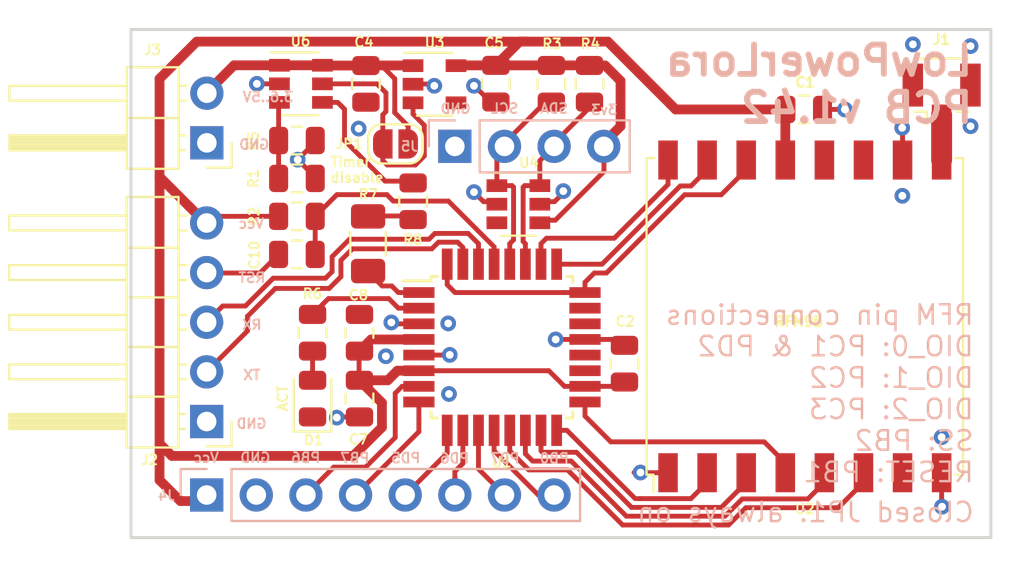
<source format=kicad_pcb>
(kicad_pcb (version 20171130) (host pcbnew "(5.1.2-1)-1")

  (general
    (thickness 1.6)
    (drawings 29)
    (tracks 298)
    (zones 0)
    (modules 27)
    (nets 41)
  )

  (page A4)
  (layers
    (0 F.Cu signal)
    (31 B.Cu signal)
    (32 B.Adhes user)
    (33 F.Adhes user)
    (34 B.Paste user)
    (35 F.Paste user)
    (36 B.SilkS user)
    (37 F.SilkS user)
    (38 B.Mask user)
    (39 F.Mask user)
    (40 Dwgs.User user hide)
    (41 Cmts.User user)
    (42 Eco1.User user)
    (43 Eco2.User user)
    (44 Edge.Cuts user)
    (45 Margin user)
    (46 B.CrtYd user hide)
    (47 F.CrtYd user hide)
    (48 B.Fab user hide)
    (49 F.Fab user hide)
  )

  (setup
    (last_trace_width 0.25)
    (user_trace_width 0.25)
    (user_trace_width 0.5)
    (user_trace_width 1)
    (user_trace_width 1.07)
    (trace_clearance 0.2)
    (zone_clearance 0.2)
    (zone_45_only no)
    (trace_min 0.2)
    (via_size 0.8)
    (via_drill 0.4)
    (via_min_size 0.4)
    (via_min_drill 0.3)
    (uvia_size 0.3)
    (uvia_drill 0.1)
    (uvias_allowed no)
    (uvia_min_size 0.2)
    (uvia_min_drill 0.1)
    (edge_width 0.15)
    (segment_width 0.2)
    (pcb_text_width 0.3)
    (pcb_text_size 1.5 1.5)
    (mod_edge_width 0.15)
    (mod_text_size 0.5 0.5)
    (mod_text_width 0.1)
    (pad_size 1.25 1.75)
    (pad_drill 0)
    (pad_to_mask_clearance 0.051)
    (solder_mask_min_width 0.25)
    (aux_axis_origin 0 0)
    (visible_elements FFFFFF7F)
    (pcbplotparams
      (layerselection 0x010fc_ffffffff)
      (usegerberextensions true)
      (usegerberattributes false)
      (usegerberadvancedattributes false)
      (creategerberjobfile false)
      (excludeedgelayer true)
      (linewidth 0.100000)
      (plotframeref false)
      (viasonmask false)
      (mode 1)
      (useauxorigin false)
      (hpglpennumber 1)
      (hpglpenspeed 20)
      (hpglpendiameter 15.000000)
      (psnegative false)
      (psa4output false)
      (plotreference true)
      (plotvalue true)
      (plotinvisibletext false)
      (padsonsilk false)
      (subtractmaskfromsilk false)
      (outputformat 1)
      (mirror false)
      (drillshape 0)
      (scaleselection 1)
      (outputdirectory "Production/"))
  )

  (net 0 "")
  (net 1 +3V3)
  (net 2 GND)
  (net 3 /ANT_SIG)
  (net 4 /RFM_DIO1)
  (net 5 /RFM_DIO2)
  (net 6 /RFM_RESET)
  (net 7 /RFM_SS)
  (net 8 /RFM_MOSI)
  (net 9 /RFM_MISO)
  (net 10 /RFM_SCK)
  (net 11 /RFM_DIO0)
  (net 12 /ATMEGA_RESET)
  (net 13 /ATMEGA_TX)
  (net 14 /ATMEGA_RX)
  (net 15 /SCL)
  (net 16 /SDA)
  (net 17 /IO1)
  (net 18 /IO2)
  (net 19 /IO3)
  (net 20 /IO4)
  (net 21 "Net-(R1-Pad1)")
  (net 22 /PWR_ENABLE)
  (net 23 "Net-(C10-Pad2)")
  (net 24 /Vin)
  (net 25 "Net-(D1-Pad2)")
  (net 26 /IO0)
  (net 27 /ATMEGA_STATUS)
  (net 28 /SLEEP)
  (net 29 "Net-(R7-Pad2)")
  (net 30 /IO5)
  (net 31 "Net-(U1-Pad19)")
  (net 32 "Net-(U1-Pad20)")
  (net 33 "Net-(U1-Pad22)")
  (net 34 "Net-(U1-Pad23)")
  (net 35 /RFM_DIO5)
  (net 36 /RFM_DIO3)
  (net 37 /RFM_DIO4)
  (net 38 "Net-(U3-Pad4)")
  (net 39 "Net-(U4-Pad3)")
  (net 40 "Net-(R7-Pad1)")

  (net_class Default "Dit is de standaard class."
    (clearance 0.2)
    (trace_width 0.25)
    (via_dia 0.8)
    (via_drill 0.4)
    (uvia_dia 0.3)
    (uvia_drill 0.1)
    (add_net +3V3)
    (add_net /ATMEGA_RESET)
    (add_net /ATMEGA_RX)
    (add_net /ATMEGA_STATUS)
    (add_net /ATMEGA_TX)
    (add_net /IO0)
    (add_net /IO1)
    (add_net /IO2)
    (add_net /IO3)
    (add_net /IO4)
    (add_net /IO5)
    (add_net /PWR_ENABLE)
    (add_net /RFM_DIO0)
    (add_net /RFM_DIO1)
    (add_net /RFM_DIO2)
    (add_net /RFM_DIO3)
    (add_net /RFM_DIO4)
    (add_net /RFM_DIO5)
    (add_net /RFM_MISO)
    (add_net /RFM_MOSI)
    (add_net /RFM_RESET)
    (add_net /RFM_SCK)
    (add_net /RFM_SS)
    (add_net /SCL)
    (add_net /SDA)
    (add_net /SLEEP)
    (add_net /Vin)
    (add_net GND)
    (add_net "Net-(C10-Pad2)")
    (add_net "Net-(D1-Pad2)")
    (add_net "Net-(R1-Pad1)")
    (add_net "Net-(R7-Pad1)")
    (add_net "Net-(R7-Pad2)")
    (add_net "Net-(U1-Pad19)")
    (add_net "Net-(U1-Pad20)")
    (add_net "Net-(U1-Pad22)")
    (add_net "Net-(U1-Pad23)")
    (add_net "Net-(U3-Pad4)")
    (add_net "Net-(U4-Pad3)")
  )

  (net_class Antenna ""
    (clearance 0.2)
    (trace_width 0.5)
    (via_dia 0.8)
    (via_drill 0.4)
    (uvia_dia 0.3)
    (uvia_drill 0.1)
    (add_net /ANT_SIG)
  )

  (net_class Antenna2 ""
    (clearance 0.2)
    (trace_width 1.2)
    (via_dia 0.8)
    (via_drill 0.4)
    (uvia_dia 0.3)
    (uvia_drill 0.1)
  )

  (net_class PowerSupply ""
    (clearance 0.2)
    (trace_width 0.5)
    (via_dia 0.8)
    (via_drill 0.4)
    (uvia_dia 0.3)
    (uvia_drill 0.1)
  )

  (module Resistor_SMD:R_1206_3216Metric (layer F.Cu) (tedit 5B301BBD) (tstamp 5D2C3186)
    (at 136.8806 120.96242 270)
    (descr "Resistor SMD 1206 (3216 Metric), square (rectangular) end terminal, IPC_7351 nominal, (Body size source: http://www.tortai-tech.com/upload/download/2011102023233369053.pdf), generated with kicad-footprint-generator")
    (tags resistor)
    (path /5D26721A)
    (attr smd)
    (fp_text reference R7 (at -2.5273 -0.01016 180) (layer F.SilkS)
      (effects (font (size 0.5 0.5) (thickness 0.1)))
    )
    (fp_text value 0 (at 0 1.82 90) (layer F.Fab)
      (effects (font (size 1 1) (thickness 0.15)))
    )
    (fp_line (start -1.6 0.8) (end -1.6 -0.8) (layer F.Fab) (width 0.1))
    (fp_line (start -1.6 -0.8) (end 1.6 -0.8) (layer F.Fab) (width 0.1))
    (fp_line (start 1.6 -0.8) (end 1.6 0.8) (layer F.Fab) (width 0.1))
    (fp_line (start 1.6 0.8) (end -1.6 0.8) (layer F.Fab) (width 0.1))
    (fp_line (start -0.602064 -0.91) (end 0.602064 -0.91) (layer F.SilkS) (width 0.12))
    (fp_line (start -0.602064 0.91) (end 0.602064 0.91) (layer F.SilkS) (width 0.12))
    (fp_line (start -2.28 1.12) (end -2.28 -1.12) (layer F.CrtYd) (width 0.05))
    (fp_line (start -2.28 -1.12) (end 2.28 -1.12) (layer F.CrtYd) (width 0.05))
    (fp_line (start 2.28 -1.12) (end 2.28 1.12) (layer F.CrtYd) (width 0.05))
    (fp_line (start 2.28 1.12) (end -2.28 1.12) (layer F.CrtYd) (width 0.05))
    (fp_text user %R (at 0 0 90) (layer F.Fab)
      (effects (font (size 0.8 0.8) (thickness 0.12)))
    )
    (pad 1 smd roundrect (at -1.4 0 270) (size 1.25 1.75) (layers F.Cu F.Paste F.Mask) (roundrect_rratio 0.2)
      (net 40 "Net-(R7-Pad1)"))
    (pad 2 smd roundrect (at 1.4 0 270) (size 1.25 1.75) (layers F.Cu F.Paste F.Mask) (roundrect_rratio 0.2)
      (net 29 "Net-(R7-Pad2)"))
    (model ${KISYS3DMOD}/Resistor_SMD.3dshapes/R_1206_3216Metric.wrl
      (at (xyz 0 0 0))
      (scale (xyz 1 1 1))
      (rotate (xyz 0 0 0))
    )
  )

  (module Package_TO_SOT_SMD:SOT-23-6 (layer F.Cu) (tedit 5A02FF57) (tstamp 5D2336F4)
    (at 144.57 118.94)
    (descr "6-pin SOT-23 package")
    (tags SOT-23-6)
    (path /5D242C4A)
    (attr smd)
    (fp_text reference U4 (at 0.54 -2.13) (layer F.SilkS)
      (effects (font (size 0.5 0.5) (thickness 0.1)))
    )
    (fp_text value TMP101 (at 0 2.9) (layer F.Fab)
      (effects (font (size 1 1) (thickness 0.15)))
    )
    (fp_text user %R (at 0 0 90) (layer F.Fab)
      (effects (font (size 0.5 0.5) (thickness 0.075)))
    )
    (fp_line (start -0.9 1.61) (end 0.9 1.61) (layer F.SilkS) (width 0.12))
    (fp_line (start 0.9 -1.61) (end -1.55 -1.61) (layer F.SilkS) (width 0.12))
    (fp_line (start 1.9 -1.8) (end -1.9 -1.8) (layer F.CrtYd) (width 0.05))
    (fp_line (start 1.9 1.8) (end 1.9 -1.8) (layer F.CrtYd) (width 0.05))
    (fp_line (start -1.9 1.8) (end 1.9 1.8) (layer F.CrtYd) (width 0.05))
    (fp_line (start -1.9 -1.8) (end -1.9 1.8) (layer F.CrtYd) (width 0.05))
    (fp_line (start -0.9 -0.9) (end -0.25 -1.55) (layer F.Fab) (width 0.1))
    (fp_line (start 0.9 -1.55) (end -0.25 -1.55) (layer F.Fab) (width 0.1))
    (fp_line (start -0.9 -0.9) (end -0.9 1.55) (layer F.Fab) (width 0.1))
    (fp_line (start 0.9 1.55) (end -0.9 1.55) (layer F.Fab) (width 0.1))
    (fp_line (start 0.9 -1.55) (end 0.9 1.55) (layer F.Fab) (width 0.1))
    (pad 1 smd rect (at -1.1 -0.95) (size 1.06 0.65) (layers F.Cu F.Paste F.Mask)
      (net 15 /SCL))
    (pad 2 smd rect (at -1.1 0) (size 1.06 0.65) (layers F.Cu F.Paste F.Mask)
      (net 2 GND))
    (pad 3 smd rect (at -1.1 0.95) (size 1.06 0.65) (layers F.Cu F.Paste F.Mask)
      (net 39 "Net-(U4-Pad3)"))
    (pad 4 smd rect (at 1.1 0.95) (size 1.06 0.65) (layers F.Cu F.Paste F.Mask)
      (net 1 +3V3))
    (pad 6 smd rect (at 1.1 -0.95) (size 1.06 0.65) (layers F.Cu F.Paste F.Mask)
      (net 16 /SDA))
    (pad 5 smd rect (at 1.1 0) (size 1.06 0.65) (layers F.Cu F.Paste F.Mask)
      (net 2 GND))
    (model ${KISYS3DMOD}/Package_TO_SOT_SMD.3dshapes/SOT-23-6.wrl
      (at (xyz 0 0 0))
      (scale (xyz 1 1 1))
      (rotate (xyz 0 0 0))
    )
  )

  (module Connector_PinHeader_2.54mm:PinHeader_1x08_P2.54mm_Vertical (layer B.Cu) (tedit 59FED5CC) (tstamp 5D233CE3)
    (at 128.62 133.82 270)
    (descr "Through hole straight pin header, 1x08, 2.54mm pitch, single row")
    (tags "Through hole pin header THT 1x08 2.54mm single row")
    (path /5D28F394)
    (fp_text reference J4 (at 0.03 2.06) (layer B.SilkS)
      (effects (font (size 0.5 0.5) (thickness 0.1)) (justify mirror))
    )
    (fp_text value Conn_01x08_Male (at 0 -20.11 270) (layer B.Fab)
      (effects (font (size 1 1) (thickness 0.15)) (justify mirror))
    )
    (fp_line (start -0.635 1.27) (end 1.27 1.27) (layer B.Fab) (width 0.1))
    (fp_line (start 1.27 1.27) (end 1.27 -19.05) (layer B.Fab) (width 0.1))
    (fp_line (start 1.27 -19.05) (end -1.27 -19.05) (layer B.Fab) (width 0.1))
    (fp_line (start -1.27 -19.05) (end -1.27 0.635) (layer B.Fab) (width 0.1))
    (fp_line (start -1.27 0.635) (end -0.635 1.27) (layer B.Fab) (width 0.1))
    (fp_line (start -1.33 -19.11) (end 1.33 -19.11) (layer B.SilkS) (width 0.12))
    (fp_line (start -1.33 -1.27) (end -1.33 -19.11) (layer B.SilkS) (width 0.12))
    (fp_line (start 1.33 -1.27) (end 1.33 -19.11) (layer B.SilkS) (width 0.12))
    (fp_line (start -1.33 -1.27) (end 1.33 -1.27) (layer B.SilkS) (width 0.12))
    (fp_line (start -1.33 0) (end -1.33 1.33) (layer B.SilkS) (width 0.12))
    (fp_line (start -1.33 1.33) (end 0 1.33) (layer B.SilkS) (width 0.12))
    (fp_line (start -1.8 1.8) (end -1.8 -19.55) (layer B.CrtYd) (width 0.05))
    (fp_line (start -1.8 -19.55) (end 1.8 -19.55) (layer B.CrtYd) (width 0.05))
    (fp_line (start 1.8 -19.55) (end 1.8 1.8) (layer B.CrtYd) (width 0.05))
    (fp_line (start 1.8 1.8) (end -1.8 1.8) (layer B.CrtYd) (width 0.05))
    (fp_text user %R (at 0 -8.89) (layer B.Fab)
      (effects (font (size 1 1) (thickness 0.15)) (justify mirror))
    )
    (pad 1 thru_hole rect (at 0 0 270) (size 1.7 1.7) (drill 1) (layers *.Cu *.Mask)
      (net 1 +3V3))
    (pad 2 thru_hole oval (at 0 -2.54 270) (size 1.7 1.7) (drill 1) (layers *.Cu *.Mask)
      (net 2 GND))
    (pad 3 thru_hole oval (at 0 -5.08 270) (size 1.7 1.7) (drill 1) (layers *.Cu *.Mask)
      (net 30 /IO5))
    (pad 4 thru_hole oval (at 0 -7.62 270) (size 1.7 1.7) (drill 1) (layers *.Cu *.Mask)
      (net 26 /IO0))
    (pad 5 thru_hole oval (at 0 -10.16 270) (size 1.7 1.7) (drill 1) (layers *.Cu *.Mask)
      (net 17 /IO1))
    (pad 6 thru_hole oval (at 0 -12.7 270) (size 1.7 1.7) (drill 1) (layers *.Cu *.Mask)
      (net 18 /IO2))
    (pad 7 thru_hole oval (at 0 -15.24 270) (size 1.7 1.7) (drill 1) (layers *.Cu *.Mask)
      (net 19 /IO3))
    (pad 8 thru_hole oval (at 0 -17.78 270) (size 1.7 1.7) (drill 1) (layers *.Cu *.Mask)
      (net 20 /IO4))
    (model ${KISYS3DMOD}/Connector_PinHeader_2.54mm.3dshapes/PinHeader_1x08_P2.54mm_Vertical.wrl
      (at (xyz 0 0 0))
      (scale (xyz 1 1 1))
      (rotate (xyz 0 0 0))
    )
  )

  (module RF_Module:HOPERF_RFM9XW_SMD (layer F.Cu) (tedit 5C227243) (tstamp 5CF5DF9D)
    (at 159.23 124.68 90)
    (descr "Low Power Long Range Transceiver Module SMD-16 (https://www.hoperf.com/data/upload/portal/20181127/5bfcbea20e9ef.pdf)")
    (tags "LoRa Low Power Long Range Transceiver Module")
    (path /5CF60C49)
    (attr smd)
    (fp_text reference U2 (at -9.85 0) (layer F.SilkS)
      (effects (font (size 0.5 0.5) (thickness 0.1)))
    )
    (fp_text value RFM69HCW (at 0 9.5 90) (layer F.Fab)
      (effects (font (size 1 1) (thickness 0.15)))
    )
    (fp_line (start -7 -8) (end 8 -8) (layer F.Fab) (width 0.1))
    (fp_line (start 8 8) (end 8 -8) (layer F.Fab) (width 0.1))
    (fp_line (start -8 8) (end 8 8) (layer F.Fab) (width 0.1))
    (fp_line (start -8 8) (end -8 -7) (layer F.Fab) (width 0.1))
    (fp_text user %R (at 0 0 90) (layer F.Fab)
      (effects (font (size 1 1) (thickness 0.15)))
    )
    (fp_line (start -9.25 -8.25) (end 9.25 -8.25) (layer F.CrtYd) (width 0.05))
    (fp_line (start 9.25 -8.25) (end 9.25 8.25) (layer F.CrtYd) (width 0.05))
    (fp_line (start -9.25 8.25) (end 9.25 8.25) (layer F.CrtYd) (width 0.05))
    (fp_line (start -9.25 8.25) (end -9.25 -8.25) (layer F.CrtYd) (width 0.05))
    (fp_line (start -8.1 -8.1) (end 8.1 -8.1) (layer F.SilkS) (width 0.12))
    (fp_line (start 8.1 -8.1) (end 8.1 -7.7) (layer F.SilkS) (width 0.12))
    (fp_line (start -8.1 7.7) (end -8.1 8.1) (layer F.SilkS) (width 0.12))
    (fp_line (start -8.1 8.1) (end 8.1 8.1) (layer F.SilkS) (width 0.12))
    (fp_line (start 8.1 8.1) (end 8.1 7.7) (layer F.SilkS) (width 0.12))
    (fp_line (start -8.1 -8.1) (end -8.1 -7.75) (layer F.SilkS) (width 0.12))
    (fp_line (start -8.1 -7.75) (end -9 -7.75) (layer F.SilkS) (width 0.12))
    (fp_line (start -7 -8) (end -8 -7) (layer F.Fab) (width 0.1))
    (pad 1 smd rect (at -8 -7 90) (size 2 1) (layers F.Cu F.Paste F.Mask)
      (net 2 GND))
    (pad 2 smd rect (at -8 -5 90) (size 2 1) (layers F.Cu F.Paste F.Mask)
      (net 9 /RFM_MISO))
    (pad 3 smd rect (at -8 -3 90) (size 2 1) (layers F.Cu F.Paste F.Mask)
      (net 8 /RFM_MOSI))
    (pad 4 smd rect (at -8 -1 90) (size 2 1) (layers F.Cu F.Paste F.Mask)
      (net 10 /RFM_SCK))
    (pad 5 smd rect (at -8 1 90) (size 2 1) (layers F.Cu F.Paste F.Mask)
      (net 7 /RFM_SS))
    (pad 6 smd rect (at -8 3 90) (size 2 1) (layers F.Cu F.Paste F.Mask)
      (net 6 /RFM_RESET))
    (pad 7 smd rect (at -8 5 90) (size 2 1) (layers F.Cu F.Paste F.Mask)
      (net 35 /RFM_DIO5))
    (pad 8 smd rect (at -8 7 90) (size 2 1) (layers F.Cu F.Paste F.Mask)
      (net 2 GND))
    (pad 9 smd rect (at 8 7 90) (size 2 1) (layers F.Cu F.Paste F.Mask)
      (net 3 /ANT_SIG))
    (pad 10 smd rect (at 8 5 90) (size 2 1) (layers F.Cu F.Paste F.Mask)
      (net 2 GND))
    (pad 11 smd rect (at 8 3 90) (size 2 1) (layers F.Cu F.Paste F.Mask)
      (net 36 /RFM_DIO3))
    (pad 12 smd rect (at 8 1 90) (size 2 1) (layers F.Cu F.Paste F.Mask)
      (net 37 /RFM_DIO4))
    (pad 13 smd rect (at 8 -1 90) (size 2 1) (layers F.Cu F.Paste F.Mask)
      (net 1 +3V3))
    (pad 14 smd rect (at 8 -3 90) (size 2 1) (layers F.Cu F.Paste F.Mask)
      (net 11 /RFM_DIO0))
    (pad 15 smd rect (at 8 -5 90) (size 2 1) (layers F.Cu F.Paste F.Mask)
      (net 4 /RFM_DIO1))
    (pad 16 smd rect (at 8 -7 90) (size 2 1) (layers F.Cu F.Paste F.Mask)
      (net 5 /RFM_DIO2))
    (model ${KISYS3DMOD}/RF_Module.3dshapes/HOPERF_RFM9XW_SMD.wrl
      (at (xyz 0 0 0))
      (scale (xyz 1 1 1))
      (rotate (xyz 0 0 0))
    )
    (model ${KIPRJMOD}/RFM9xW.wrl
      (at (xyz 0 0 0))
      (scale (xyz 1 1 1))
      (rotate (xyz 0 0 180))
    )
  )

  (module Connector_Coaxial:U.FL_Hirose_U.FL-R-SMT-1_Vertical (layer F.Cu) (tedit 5C3CE6AD) (tstamp 5C4AE95C)
    (at 166.23 113.32 90)
    (descr "Hirose U.FL Coaxial https://www.hirose.com/product/en/products/U.FL/U.FL-R-SMT-1%2810%29/")
    (tags "Hirose U.FL Coaxial")
    (path /5C10CF28)
    (attr smd)
    (fp_text reference J1 (at 2.81 -0.01) (layer F.SilkS)
      (effects (font (size 0.5 0.5) (thickness 0.125)))
    )
    (fp_text value Conn_Coaxial (at 0.475 3.2 90) (layer F.Fab)
      (effects (font (size 1 1) (thickness 0.15)))
    )
    (fp_line (start -1.32 -1) (end -2.02 -1) (layer F.CrtYd) (width 0.05))
    (fp_line (start -1.32 1.8) (end -1.32 1) (layer F.CrtYd) (width 0.05))
    (fp_line (start -1.32 -1.8) (end -1.12 -1.8) (layer F.CrtYd) (width 0.05))
    (fp_line (start -1.12 -1.8) (end -1.12 -2.5) (layer F.CrtYd) (width 0.05))
    (fp_line (start 2.08 -2.5) (end -1.12 -2.5) (layer F.CrtYd) (width 0.05))
    (fp_line (start -1.32 -1) (end -1.32 -1.8) (layer F.CrtYd) (width 0.05))
    (fp_line (start 2.08 -1.8) (end 2.08 -2.5) (layer F.CrtYd) (width 0.05))
    (fp_line (start 2.08 -1.8) (end 2.28 -1.8) (layer F.CrtYd) (width 0.05))
    (fp_line (start -0.885 -1.4) (end -0.885 -0.76) (layer F.SilkS) (width 0.12))
    (fp_line (start -0.425 1.5) (end -0.425 1.3) (layer F.Fab) (width 0.1))
    (fp_line (start -0.425 1.3) (end -0.825 1.3) (layer F.Fab) (width 0.1))
    (fp_line (start -0.825 0.3) (end -0.825 1.3) (layer F.Fab) (width 0.1))
    (fp_line (start -1.075 0.3) (end -0.825 0.3) (layer F.Fab) (width 0.1))
    (fp_line (start -1.075 0.3) (end -1.075 -0.15) (layer F.Fab) (width 0.1))
    (fp_line (start -0.925 -0.3) (end -0.825 -0.3) (layer F.Fab) (width 0.1))
    (fp_line (start -0.825 -0.3) (end -0.825 -1.3) (layer F.Fab) (width 0.1))
    (fp_line (start -0.425 -1.5) (end -0.425 -1.3) (layer F.Fab) (width 0.1))
    (fp_line (start -0.425 -1.3) (end -0.825 -1.3) (layer F.Fab) (width 0.1))
    (fp_line (start -0.425 1.5) (end 1.375 1.5) (layer F.Fab) (width 0.1))
    (fp_line (start 1.375 1.5) (end 1.375 1.3) (layer F.Fab) (width 0.1))
    (fp_line (start 1.775 1.3) (end 1.375 1.3) (layer F.Fab) (width 0.1))
    (fp_line (start 1.775 -1.3) (end 1.775 1.3) (layer F.Fab) (width 0.1))
    (fp_line (start -0.425 -1.5) (end 1.375 -1.5) (layer F.Fab) (width 0.1))
    (fp_line (start 1.375 -1.5) (end 1.375 -1.3) (layer F.Fab) (width 0.1))
    (fp_line (start 1.775 -1.3) (end 1.375 -1.3) (layer F.Fab) (width 0.1))
    (fp_line (start -0.925 -0.3) (end -1.075 -0.15) (layer F.Fab) (width 0.1))
    (fp_line (start -0.885 1.4) (end -0.885 0.76) (layer F.SilkS) (width 0.12))
    (fp_line (start -0.885 -0.76) (end -1.515 -0.76) (layer F.SilkS) (width 0.12))
    (fp_line (start 1.835 -1.35) (end 1.835 1.35) (layer F.SilkS) (width 0.12))
    (fp_line (start 2.08 2.5) (end -1.12 2.5) (layer F.CrtYd) (width 0.05))
    (fp_line (start -1.12 2.5) (end -1.12 1.8) (layer F.CrtYd) (width 0.05))
    (fp_line (start -1.32 1.8) (end -1.12 1.8) (layer F.CrtYd) (width 0.05))
    (fp_line (start 2.28 1.8) (end 2.28 -1.8) (layer F.CrtYd) (width 0.05))
    (fp_line (start 2.08 2.5) (end 2.08 1.8) (layer F.CrtYd) (width 0.05))
    (fp_line (start 2.08 1.8) (end 2.28 1.8) (layer F.CrtYd) (width 0.05))
    (fp_line (start -1.32 1) (end -2.02 1) (layer F.CrtYd) (width 0.05))
    (fp_line (start -2.02 1) (end -2.02 -1) (layer F.CrtYd) (width 0.05))
    (fp_text user %R (at 0.475 0 180) (layer F.Fab)
      (effects (font (size 0.6 0.6) (thickness 0.09)))
    )
    (pad 2 smd rect (at 0.475 -1.475 90) (size 2.2 1.05) (layers F.Cu F.Paste F.Mask)
      (net 2 GND))
    (pad 1 smd rect (at -1.05 0 90) (size 1.05 1) (layers F.Cu F.Paste F.Mask)
      (net 3 /ANT_SIG))
    (pad 2 smd rect (at 0.475 1.475 90) (size 2.2 1.05) (layers F.Cu F.Paste F.Mask)
      (net 2 GND))
    (model ${KISYS3DMOD}/Connector_Coaxial.3dshapes/U.FL_Hirose_U.FL-R-SMT-1_Vertical.wrl
      (offset (xyz 0.4749999928262157 0 0))
      (scale (xyz 1 1 1))
      (rotate (xyz 0 0 0))
    )
  )

  (module Resistor_SMD:R_0805_2012Metric (layer F.Cu) (tedit 5C54C410) (tstamp 5C8A7ED7)
    (at 133.24 117.62)
    (descr "Resistor SMD 0805 (2012 Metric), square (rectangular) end terminal, IPC_7351 nominal, (Body size source: https://docs.google.com/spreadsheets/d/1BsfQQcO9C6DZCsRaXUlFlo91Tg2WpOkGARC1WS5S8t0/edit?usp=sharing), generated with kicad-footprint-generator")
    (tags resistor)
    (path /5C569291)
    (attr smd)
    (fp_text reference R1 (at -2.2225 0 90) (layer F.SilkS)
      (effects (font (size 0.5 0.5) (thickness 0.1)))
    )
    (fp_text value opt (at 0 1.65 180) (layer F.Fab)
      (effects (font (size 1 1) (thickness 0.15)))
    )
    (fp_line (start -1 0.6) (end -1 -0.6) (layer F.Fab) (width 0.1))
    (fp_line (start -1 -0.6) (end 1 -0.6) (layer F.Fab) (width 0.1))
    (fp_line (start 1 -0.6) (end 1 0.6) (layer F.Fab) (width 0.1))
    (fp_line (start 1 0.6) (end -1 0.6) (layer F.Fab) (width 0.1))
    (fp_line (start -0.258578 -0.71) (end 0.258578 -0.71) (layer F.SilkS) (width 0.12))
    (fp_line (start -0.258578 0.71) (end 0.258578 0.71) (layer F.SilkS) (width 0.12))
    (fp_line (start -1.68 0.95) (end -1.68 -0.95) (layer F.CrtYd) (width 0.05))
    (fp_line (start -1.68 -0.95) (end 1.68 -0.95) (layer F.CrtYd) (width 0.05))
    (fp_line (start 1.68 -0.95) (end 1.68 0.95) (layer F.CrtYd) (width 0.05))
    (fp_line (start 1.68 0.95) (end -1.68 0.95) (layer F.CrtYd) (width 0.05))
    (fp_text user %R (at 0 0 180) (layer F.Fab)
      (effects (font (size 0.5 0.5) (thickness 0.08)))
    )
    (pad 1 smd roundrect (at -0.9375 0) (size 0.975 1.4) (layers F.Cu F.Paste F.Mask) (roundrect_rratio 0.25)
      (net 21 "Net-(R1-Pad1)"))
    (pad 2 smd roundrect (at 0.9375 0) (size 0.975 1.4) (layers F.Cu F.Paste F.Mask) (roundrect_rratio 0.25)
      (net 2 GND))
    (model ${KISYS3DMOD}/Resistor_SMD.3dshapes/R_0805_2012Metric.wrl
      (at (xyz 0 0 0))
      (scale (xyz 1 1 1))
      (rotate (xyz 0 0 0))
    )
  )

  (module Resistor_SMD:R_0805_2012Metric (layer F.Cu) (tedit 5C54C409) (tstamp 5C8A7EA7)
    (at 133.24 115.68)
    (descr "Resistor SMD 0805 (2012 Metric), square (rectangular) end terminal, IPC_7351 nominal, (Body size source: https://docs.google.com/spreadsheets/d/1BsfQQcO9C6DZCsRaXUlFlo91Tg2WpOkGARC1WS5S8t0/edit?usp=sharing), generated with kicad-footprint-generator")
    (tags resistor)
    (path /5C55982C)
    (attr smd)
    (fp_text reference R5 (at -2.2175 0.02 90) (layer F.SilkS)
      (effects (font (size 0.5 0.5) (thickness 0.1)))
    )
    (fp_text value 68k4 (at 0 1.65 180) (layer F.Fab)
      (effects (font (size 1 1) (thickness 0.15)))
    )
    (fp_text user %R (at 0 0 180) (layer F.Fab)
      (effects (font (size 0.5 0.5) (thickness 0.08)))
    )
    (fp_line (start 1.68 0.95) (end -1.68 0.95) (layer F.CrtYd) (width 0.05))
    (fp_line (start 1.68 -0.95) (end 1.68 0.95) (layer F.CrtYd) (width 0.05))
    (fp_line (start -1.68 -0.95) (end 1.68 -0.95) (layer F.CrtYd) (width 0.05))
    (fp_line (start -1.68 0.95) (end -1.68 -0.95) (layer F.CrtYd) (width 0.05))
    (fp_line (start -0.258578 0.71) (end 0.258578 0.71) (layer F.SilkS) (width 0.12))
    (fp_line (start -0.258578 -0.71) (end 0.258578 -0.71) (layer F.SilkS) (width 0.12))
    (fp_line (start 1 0.6) (end -1 0.6) (layer F.Fab) (width 0.1))
    (fp_line (start 1 -0.6) (end 1 0.6) (layer F.Fab) (width 0.1))
    (fp_line (start -1 -0.6) (end 1 -0.6) (layer F.Fab) (width 0.1))
    (fp_line (start -1 0.6) (end -1 -0.6) (layer F.Fab) (width 0.1))
    (pad 2 smd roundrect (at 0.9375 0) (size 0.975 1.4) (layers F.Cu F.Paste F.Mask) (roundrect_rratio 0.25)
      (net 2 GND))
    (pad 1 smd roundrect (at -0.9375 0) (size 0.975 1.4) (layers F.Cu F.Paste F.Mask) (roundrect_rratio 0.25)
      (net 21 "Net-(R1-Pad1)"))
    (model ${KISYS3DMOD}/Resistor_SMD.3dshapes/R_0805_2012Metric.wrl
      (at (xyz 0 0 0))
      (scale (xyz 1 1 1))
      (rotate (xyz 0 0 0))
    )
  )

  (module Capacitor_SMD:C_0805_2012Metric (layer F.Cu) (tedit 5C7E68EC) (tstamp 5C61DFF4)
    (at 159.1975 114.09 180)
    (descr "Capacitor SMD 0805 (2012 Metric), square (rectangular) end terminal, IPC_7351 nominal, (Body size source: https://docs.google.com/spreadsheets/d/1BsfQQcO9C6DZCsRaXUlFlo91Tg2WpOkGARC1WS5S8t0/edit?usp=sharing), generated with kicad-footprint-generator")
    (tags capacitor)
    (path /5C3A6378)
    (attr smd)
    (fp_text reference C1 (at -0.0425 1.39 180) (layer F.SilkS)
      (effects (font (size 0.5 0.5) (thickness 0.125)))
    )
    (fp_text value 100nF (at 0 1.65 180) (layer F.Fab)
      (effects (font (size 1 1) (thickness 0.15)))
    )
    (fp_line (start -1 0.6) (end -1 -0.6) (layer F.Fab) (width 0.1))
    (fp_line (start -1 -0.6) (end 1 -0.6) (layer F.Fab) (width 0.1))
    (fp_line (start 1 -0.6) (end 1 0.6) (layer F.Fab) (width 0.1))
    (fp_line (start 1 0.6) (end -1 0.6) (layer F.Fab) (width 0.1))
    (fp_line (start -0.258578 -0.71) (end 0.258578 -0.71) (layer F.SilkS) (width 0.12))
    (fp_line (start -0.258578 0.71) (end 0.258578 0.71) (layer F.SilkS) (width 0.12))
    (fp_line (start -1.68 0.95) (end -1.68 -0.95) (layer F.CrtYd) (width 0.05))
    (fp_line (start -1.68 -0.95) (end 1.68 -0.95) (layer F.CrtYd) (width 0.05))
    (fp_line (start 1.68 -0.95) (end 1.68 0.95) (layer F.CrtYd) (width 0.05))
    (fp_line (start 1.68 0.95) (end -1.68 0.95) (layer F.CrtYd) (width 0.05))
    (fp_text user %R (at 0 0 180) (layer F.Fab)
      (effects (font (size 0.5 0.5) (thickness 0.08)))
    )
    (pad 1 smd roundrect (at -0.9375 0 180) (size 0.975 1.4) (layers F.Cu F.Paste F.Mask) (roundrect_rratio 0.25)
      (net 2 GND))
    (pad 2 smd roundrect (at 0.9375 0 180) (size 0.975 1.4) (layers F.Cu F.Paste F.Mask) (roundrect_rratio 0.25)
      (net 1 +3V3))
    (model ${KISYS3DMOD}/Capacitor_SMD.3dshapes/C_0805_2012Metric.wrl
      (at (xyz 0 0 0))
      (scale (xyz 1 1 1))
      (rotate (xyz 0 0 0))
    )
  )

  (module Capacitor_SMD:C_0805_2012Metric (layer F.Cu) (tedit 5C7E6989) (tstamp 5C61E014)
    (at 136.44 128.8875 90)
    (descr "Capacitor SMD 0805 (2012 Metric), square (rectangular) end terminal, IPC_7351 nominal, (Body size source: https://docs.google.com/spreadsheets/d/1BsfQQcO9C6DZCsRaXUlFlo91Tg2WpOkGARC1WS5S8t0/edit?usp=sharing), generated with kicad-footprint-generator")
    (tags capacitor)
    (path /5C42AB3C)
    (attr smd)
    (fp_text reference C7 (at -2.0875 -0.05 180) (layer F.SilkS)
      (effects (font (size 0.5 0.5) (thickness 0.1)))
    )
    (fp_text value 100nF (at 0 1.65 270) (layer F.Fab)
      (effects (font (size 1 1) (thickness 0.15)))
    )
    (fp_line (start -1 0.6) (end -1 -0.6) (layer F.Fab) (width 0.1))
    (fp_line (start -1 -0.6) (end 1 -0.6) (layer F.Fab) (width 0.1))
    (fp_line (start 1 -0.6) (end 1 0.6) (layer F.Fab) (width 0.1))
    (fp_line (start 1 0.6) (end -1 0.6) (layer F.Fab) (width 0.1))
    (fp_line (start -0.258578 -0.71) (end 0.258578 -0.71) (layer F.SilkS) (width 0.12))
    (fp_line (start -0.258578 0.71) (end 0.258578 0.71) (layer F.SilkS) (width 0.12))
    (fp_line (start -1.68 0.95) (end -1.68 -0.95) (layer F.CrtYd) (width 0.05))
    (fp_line (start -1.68 -0.95) (end 1.68 -0.95) (layer F.CrtYd) (width 0.05))
    (fp_line (start 1.68 -0.95) (end 1.68 0.95) (layer F.CrtYd) (width 0.05))
    (fp_line (start 1.68 0.95) (end -1.68 0.95) (layer F.CrtYd) (width 0.05))
    (fp_text user %R (at 0 0 270) (layer F.Fab)
      (effects (font (size 0.5 0.5) (thickness 0.08)))
    )
    (pad 1 smd roundrect (at -0.9375 0 90) (size 0.975 1.4) (layers F.Cu F.Paste F.Mask) (roundrect_rratio 0.25)
      (net 2 GND))
    (pad 2 smd roundrect (at 0.9375 0 90) (size 0.975 1.4) (layers F.Cu F.Paste F.Mask) (roundrect_rratio 0.25)
      (net 1 +3V3))
    (model ${KISYS3DMOD}/Capacitor_SMD.3dshapes/C_0805_2012Metric.wrl
      (at (xyz 0 0 0))
      (scale (xyz 1 1 1))
      (rotate (xyz 0 0 0))
    )
  )

  (module Capacitor_SMD:C_0805_2012Metric (layer F.Cu) (tedit 5C7E697A) (tstamp 5C61E024)
    (at 136.44 125.52 270)
    (descr "Capacitor SMD 0805 (2012 Metric), square (rectangular) end terminal, IPC_7351 nominal, (Body size source: https://docs.google.com/spreadsheets/d/1BsfQQcO9C6DZCsRaXUlFlo91Tg2WpOkGARC1WS5S8t0/edit?usp=sharing), generated with kicad-footprint-generator")
    (tags capacitor)
    (path /5C42ADAB)
    (attr smd)
    (fp_text reference C8 (at -1.93 0.05) (layer F.SilkS)
      (effects (font (size 0.5 0.5) (thickness 0.1)))
    )
    (fp_text value 100nF (at 0 1.65 90) (layer F.Fab)
      (effects (font (size 1 1) (thickness 0.15)))
    )
    (fp_text user %R (at 0 0 90) (layer F.Fab)
      (effects (font (size 0.5 0.5) (thickness 0.08)))
    )
    (fp_line (start 1.68 0.95) (end -1.68 0.95) (layer F.CrtYd) (width 0.05))
    (fp_line (start 1.68 -0.95) (end 1.68 0.95) (layer F.CrtYd) (width 0.05))
    (fp_line (start -1.68 -0.95) (end 1.68 -0.95) (layer F.CrtYd) (width 0.05))
    (fp_line (start -1.68 0.95) (end -1.68 -0.95) (layer F.CrtYd) (width 0.05))
    (fp_line (start -0.258578 0.71) (end 0.258578 0.71) (layer F.SilkS) (width 0.12))
    (fp_line (start -0.258578 -0.71) (end 0.258578 -0.71) (layer F.SilkS) (width 0.12))
    (fp_line (start 1 0.6) (end -1 0.6) (layer F.Fab) (width 0.1))
    (fp_line (start 1 -0.6) (end 1 0.6) (layer F.Fab) (width 0.1))
    (fp_line (start -1 -0.6) (end 1 -0.6) (layer F.Fab) (width 0.1))
    (fp_line (start -1 0.6) (end -1 -0.6) (layer F.Fab) (width 0.1))
    (pad 2 smd roundrect (at 0.9375 0 270) (size 0.975 1.4) (layers F.Cu F.Paste F.Mask) (roundrect_rratio 0.25)
      (net 1 +3V3))
    (pad 1 smd roundrect (at -0.9375 0 270) (size 0.975 1.4) (layers F.Cu F.Paste F.Mask) (roundrect_rratio 0.25)
      (net 2 GND))
    (model ${KISYS3DMOD}/Capacitor_SMD.3dshapes/C_0805_2012Metric.wrl
      (at (xyz 0 0 0))
      (scale (xyz 1 1 1))
      (rotate (xyz 0 0 0))
    )
  )

  (module Capacitor_SMD:C_0805_2012Metric (layer F.Cu) (tedit 5C7E68BF) (tstamp 5C61E044)
    (at 133.2375 121.51 180)
    (descr "Capacitor SMD 0805 (2012 Metric), square (rectangular) end terminal, IPC_7351 nominal, (Body size source: https://docs.google.com/spreadsheets/d/1BsfQQcO9C6DZCsRaXUlFlo91Tg2WpOkGARC1WS5S8t0/edit?usp=sharing), generated with kicad-footprint-generator")
    (tags capacitor)
    (path /5C6210C8)
    (attr smd)
    (fp_text reference C10 (at 2.1775 -0.03 270) (layer F.SilkS)
      (effects (font (size 0.5 0.5) (thickness 0.1)))
    )
    (fp_text value 100nF (at 0 1.65 180) (layer F.Fab)
      (effects (font (size 1 1) (thickness 0.15)))
    )
    (fp_text user %R (at 0 0 180) (layer F.Fab)
      (effects (font (size 0.5 0.5) (thickness 0.08)))
    )
    (fp_line (start 1.68 0.95) (end -1.68 0.95) (layer F.CrtYd) (width 0.05))
    (fp_line (start 1.68 -0.95) (end 1.68 0.95) (layer F.CrtYd) (width 0.05))
    (fp_line (start -1.68 -0.95) (end 1.68 -0.95) (layer F.CrtYd) (width 0.05))
    (fp_line (start -1.68 0.95) (end -1.68 -0.95) (layer F.CrtYd) (width 0.05))
    (fp_line (start -0.258578 0.71) (end 0.258578 0.71) (layer F.SilkS) (width 0.12))
    (fp_line (start -0.258578 -0.71) (end 0.258578 -0.71) (layer F.SilkS) (width 0.12))
    (fp_line (start 1 0.6) (end -1 0.6) (layer F.Fab) (width 0.1))
    (fp_line (start 1 -0.6) (end 1 0.6) (layer F.Fab) (width 0.1))
    (fp_line (start -1 -0.6) (end 1 -0.6) (layer F.Fab) (width 0.1))
    (fp_line (start -1 0.6) (end -1 -0.6) (layer F.Fab) (width 0.1))
    (pad 2 smd roundrect (at 0.9375 0 180) (size 0.975 1.4) (layers F.Cu F.Paste F.Mask) (roundrect_rratio 0.25)
      (net 23 "Net-(C10-Pad2)"))
    (pad 1 smd roundrect (at -0.9375 0 180) (size 0.975 1.4) (layers F.Cu F.Paste F.Mask) (roundrect_rratio 0.25)
      (net 12 /ATMEGA_RESET))
    (model ${KISYS3DMOD}/Capacitor_SMD.3dshapes/C_0805_2012Metric.wrl
      (at (xyz 0 0 0))
      (scale (xyz 1 1 1))
      (rotate (xyz 0 0 0))
    )
  )

  (module Resistor_SMD:R_0805_2012Metric (layer F.Cu) (tedit 5C7E68C8) (tstamp 5C867244)
    (at 133.24 119.56)
    (descr "Resistor SMD 0805 (2012 Metric), square (rectangular) end terminal, IPC_7351 nominal, (Body size source: https://docs.google.com/spreadsheets/d/1BsfQQcO9C6DZCsRaXUlFlo91Tg2WpOkGARC1WS5S8t0/edit?usp=sharing), generated with kicad-footprint-generator")
    (tags resistor)
    (path /5C39328D)
    (attr smd)
    (fp_text reference R2 (at -2.2 0 90) (layer F.SilkS)
      (effects (font (size 0.5 0.5) (thickness 0.1)))
    )
    (fp_text value 10k (at 0 1.65) (layer F.Fab)
      (effects (font (size 1 1) (thickness 0.15)))
    )
    (fp_line (start -1 0.6) (end -1 -0.6) (layer F.Fab) (width 0.1))
    (fp_line (start -1 -0.6) (end 1 -0.6) (layer F.Fab) (width 0.1))
    (fp_line (start 1 -0.6) (end 1 0.6) (layer F.Fab) (width 0.1))
    (fp_line (start 1 0.6) (end -1 0.6) (layer F.Fab) (width 0.1))
    (fp_line (start -0.258578 -0.71) (end 0.258578 -0.71) (layer F.SilkS) (width 0.12))
    (fp_line (start -0.258578 0.71) (end 0.258578 0.71) (layer F.SilkS) (width 0.12))
    (fp_line (start -1.68 0.95) (end -1.68 -0.95) (layer F.CrtYd) (width 0.05))
    (fp_line (start -1.68 -0.95) (end 1.68 -0.95) (layer F.CrtYd) (width 0.05))
    (fp_line (start 1.68 -0.95) (end 1.68 0.95) (layer F.CrtYd) (width 0.05))
    (fp_line (start 1.68 0.95) (end -1.68 0.95) (layer F.CrtYd) (width 0.05))
    (fp_text user %R (at 0 0) (layer F.Fab)
      (effects (font (size 0.5 0.5) (thickness 0.08)))
    )
    (pad 1 smd roundrect (at -0.9375 0) (size 0.975 1.4) (layers F.Cu F.Paste F.Mask) (roundrect_rratio 0.25)
      (net 1 +3V3))
    (pad 2 smd roundrect (at 0.9375 0) (size 0.975 1.4) (layers F.Cu F.Paste F.Mask) (roundrect_rratio 0.25)
      (net 12 /ATMEGA_RESET))
    (model ${KISYS3DMOD}/Resistor_SMD.3dshapes/R_0805_2012Metric.wrl
      (at (xyz 0 0 0))
      (scale (xyz 1 1 1))
      (rotate (xyz 0 0 0))
    )
  )

  (module Resistor_SMD:R_0805_2012Metric (layer F.Cu) (tedit 5C7E6948) (tstamp 5C61E064)
    (at 146.26 112.7775 270)
    (descr "Resistor SMD 0805 (2012 Metric), square (rectangular) end terminal, IPC_7351 nominal, (Body size source: https://docs.google.com/spreadsheets/d/1BsfQQcO9C6DZCsRaXUlFlo91Tg2WpOkGARC1WS5S8t0/edit?usp=sharing), generated with kicad-footprint-generator")
    (tags resistor)
    (path /5C3C020C)
    (attr smd)
    (fp_text reference R3 (at -2.0475 -0.03) (layer F.SilkS)
      (effects (font (size 0.5 0.5) (thickness 0.1)))
    )
    (fp_text value 4.7k (at 0 1.65 90) (layer F.Fab)
      (effects (font (size 1 1) (thickness 0.15)))
    )
    (fp_text user %R (at 0 0 90) (layer F.Fab)
      (effects (font (size 0.5 0.5) (thickness 0.08)))
    )
    (fp_line (start 1.68 0.95) (end -1.68 0.95) (layer F.CrtYd) (width 0.05))
    (fp_line (start 1.68 -0.95) (end 1.68 0.95) (layer F.CrtYd) (width 0.05))
    (fp_line (start -1.68 -0.95) (end 1.68 -0.95) (layer F.CrtYd) (width 0.05))
    (fp_line (start -1.68 0.95) (end -1.68 -0.95) (layer F.CrtYd) (width 0.05))
    (fp_line (start -0.258578 0.71) (end 0.258578 0.71) (layer F.SilkS) (width 0.12))
    (fp_line (start -0.258578 -0.71) (end 0.258578 -0.71) (layer F.SilkS) (width 0.12))
    (fp_line (start 1 0.6) (end -1 0.6) (layer F.Fab) (width 0.1))
    (fp_line (start 1 -0.6) (end 1 0.6) (layer F.Fab) (width 0.1))
    (fp_line (start -1 -0.6) (end 1 -0.6) (layer F.Fab) (width 0.1))
    (fp_line (start -1 0.6) (end -1 -0.6) (layer F.Fab) (width 0.1))
    (pad 2 smd roundrect (at 0.9375 0 270) (size 0.975 1.4) (layers F.Cu F.Paste F.Mask) (roundrect_rratio 0.25)
      (net 15 /SCL))
    (pad 1 smd roundrect (at -0.9375 0 270) (size 0.975 1.4) (layers F.Cu F.Paste F.Mask) (roundrect_rratio 0.25)
      (net 1 +3V3))
    (model ${KISYS3DMOD}/Resistor_SMD.3dshapes/R_0805_2012Metric.wrl
      (at (xyz 0 0 0))
      (scale (xyz 1 1 1))
      (rotate (xyz 0 0 0))
    )
  )

  (module Resistor_SMD:R_0805_2012Metric (layer F.Cu) (tedit 5C7E6959) (tstamp 5C61E074)
    (at 148.21 112.7775 270)
    (descr "Resistor SMD 0805 (2012 Metric), square (rectangular) end terminal, IPC_7351 nominal, (Body size source: https://docs.google.com/spreadsheets/d/1BsfQQcO9C6DZCsRaXUlFlo91Tg2WpOkGARC1WS5S8t0/edit?usp=sharing), generated with kicad-footprint-generator")
    (tags resistor)
    (path /5C3C045D)
    (attr smd)
    (fp_text reference R4 (at -2.0475 -0.04) (layer F.SilkS)
      (effects (font (size 0.5 0.5) (thickness 0.1)))
    )
    (fp_text value 4.7k (at 0 1.65 90) (layer F.Fab)
      (effects (font (size 1 1) (thickness 0.15)))
    )
    (fp_line (start -1 0.6) (end -1 -0.6) (layer F.Fab) (width 0.1))
    (fp_line (start -1 -0.6) (end 1 -0.6) (layer F.Fab) (width 0.1))
    (fp_line (start 1 -0.6) (end 1 0.6) (layer F.Fab) (width 0.1))
    (fp_line (start 1 0.6) (end -1 0.6) (layer F.Fab) (width 0.1))
    (fp_line (start -0.258578 -0.71) (end 0.258578 -0.71) (layer F.SilkS) (width 0.12))
    (fp_line (start -0.258578 0.71) (end 0.258578 0.71) (layer F.SilkS) (width 0.12))
    (fp_line (start -1.68 0.95) (end -1.68 -0.95) (layer F.CrtYd) (width 0.05))
    (fp_line (start -1.68 -0.95) (end 1.68 -0.95) (layer F.CrtYd) (width 0.05))
    (fp_line (start 1.68 -0.95) (end 1.68 0.95) (layer F.CrtYd) (width 0.05))
    (fp_line (start 1.68 0.95) (end -1.68 0.95) (layer F.CrtYd) (width 0.05))
    (fp_text user %R (at 0 0 90) (layer F.Fab)
      (effects (font (size 0.5 0.5) (thickness 0.08)))
    )
    (pad 1 smd roundrect (at -0.9375 0 270) (size 0.975 1.4) (layers F.Cu F.Paste F.Mask) (roundrect_rratio 0.25)
      (net 1 +3V3))
    (pad 2 smd roundrect (at 0.9375 0 270) (size 0.975 1.4) (layers F.Cu F.Paste F.Mask) (roundrect_rratio 0.25)
      (net 16 /SDA))
    (model ${KISYS3DMOD}/Resistor_SMD.3dshapes/R_0805_2012Metric.wrl
      (at (xyz 0 0 0))
      (scale (xyz 1 1 1))
      (rotate (xyz 0 0 0))
    )
  )

  (module Package_TO_SOT_SMD:SOT-23-5 (layer F.Cu) (tedit 5A02FF57) (tstamp 5CF5DFB2)
    (at 140.28 112.8)
    (descr "5-pin SOT23 package")
    (tags SOT-23-5)
    (path /5CF66FCB)
    (attr smd)
    (fp_text reference U3 (at 0.005 -2.135) (layer F.SilkS)
      (effects (font (size 0.5 0.5) (thickness 0.1)))
    )
    (fp_text value SPX3819M5-L-3-3 (at 0 2.9) (layer F.Fab)
      (effects (font (size 1 1) (thickness 0.15)))
    )
    (fp_text user %R (at 0 0 90) (layer F.Fab)
      (effects (font (size 0.5 0.5) (thickness 0.075)))
    )
    (fp_line (start -0.9 1.61) (end 0.9 1.61) (layer F.SilkS) (width 0.12))
    (fp_line (start 0.9 -1.61) (end -1.55 -1.61) (layer F.SilkS) (width 0.12))
    (fp_line (start -1.9 -1.8) (end 1.9 -1.8) (layer F.CrtYd) (width 0.05))
    (fp_line (start 1.9 -1.8) (end 1.9 1.8) (layer F.CrtYd) (width 0.05))
    (fp_line (start 1.9 1.8) (end -1.9 1.8) (layer F.CrtYd) (width 0.05))
    (fp_line (start -1.9 1.8) (end -1.9 -1.8) (layer F.CrtYd) (width 0.05))
    (fp_line (start -0.9 -0.9) (end -0.25 -1.55) (layer F.Fab) (width 0.1))
    (fp_line (start 0.9 -1.55) (end -0.25 -1.55) (layer F.Fab) (width 0.1))
    (fp_line (start -0.9 -0.9) (end -0.9 1.55) (layer F.Fab) (width 0.1))
    (fp_line (start 0.9 1.55) (end -0.9 1.55) (layer F.Fab) (width 0.1))
    (fp_line (start 0.9 -1.55) (end 0.9 1.55) (layer F.Fab) (width 0.1))
    (pad 1 smd rect (at -1.1 -0.95) (size 1.06 0.65) (layers F.Cu F.Paste F.Mask)
      (net 24 /Vin))
    (pad 2 smd rect (at -1.1 0) (size 1.06 0.65) (layers F.Cu F.Paste F.Mask)
      (net 2 GND))
    (pad 3 smd rect (at -1.1 0.95) (size 1.06 0.65) (layers F.Cu F.Paste F.Mask)
      (net 22 /PWR_ENABLE))
    (pad 4 smd rect (at 1.1 0.95) (size 1.06 0.65) (layers F.Cu F.Paste F.Mask)
      (net 38 "Net-(U3-Pad4)"))
    (pad 5 smd rect (at 1.1 -0.95) (size 1.06 0.65) (layers F.Cu F.Paste F.Mask)
      (net 1 +3V3))
    (model ${KISYS3DMOD}/Package_TO_SOT_SMD.3dshapes/SOT-23-5.wrl
      (at (xyz 0 0 0))
      (scale (xyz 1 1 1))
      (rotate (xyz 0 0 0))
    )
  )

  (module Package_TO_SOT_SMD:SOT-23-6 (layer F.Cu) (tedit 5A02FF57) (tstamp 5CF5DFC8)
    (at 133.445 112.78)
    (descr "6-pin SOT-23 package")
    (tags SOT-23-6)
    (path /5CF658D6)
    (attr smd)
    (fp_text reference U6 (at -0.025 -2.19) (layer F.SilkS)
      (effects (font (size 0.5 0.5) (thickness 0.1)))
    )
    (fp_text value TPL5111 (at 0 2.9) (layer F.Fab)
      (effects (font (size 1 1) (thickness 0.15)))
    )
    (fp_text user %R (at 0 0 90) (layer F.Fab)
      (effects (font (size 0.5 0.5) (thickness 0.075)))
    )
    (fp_line (start -0.9 1.61) (end 0.9 1.61) (layer F.SilkS) (width 0.12))
    (fp_line (start 0.9 -1.61) (end -1.55 -1.61) (layer F.SilkS) (width 0.12))
    (fp_line (start 1.9 -1.8) (end -1.9 -1.8) (layer F.CrtYd) (width 0.05))
    (fp_line (start 1.9 1.8) (end 1.9 -1.8) (layer F.CrtYd) (width 0.05))
    (fp_line (start -1.9 1.8) (end 1.9 1.8) (layer F.CrtYd) (width 0.05))
    (fp_line (start -1.9 -1.8) (end -1.9 1.8) (layer F.CrtYd) (width 0.05))
    (fp_line (start -0.9 -0.9) (end -0.25 -1.55) (layer F.Fab) (width 0.1))
    (fp_line (start 0.9 -1.55) (end -0.25 -1.55) (layer F.Fab) (width 0.1))
    (fp_line (start -0.9 -0.9) (end -0.9 1.55) (layer F.Fab) (width 0.1))
    (fp_line (start 0.9 1.55) (end -0.9 1.55) (layer F.Fab) (width 0.1))
    (fp_line (start 0.9 -1.55) (end 0.9 1.55) (layer F.Fab) (width 0.1))
    (pad 1 smd rect (at -1.1 -0.95) (size 1.06 0.65) (layers F.Cu F.Paste F.Mask)
      (net 24 /Vin))
    (pad 2 smd rect (at -1.1 0) (size 1.06 0.65) (layers F.Cu F.Paste F.Mask)
      (net 2 GND))
    (pad 3 smd rect (at -1.1 0.95) (size 1.06 0.65) (layers F.Cu F.Paste F.Mask)
      (net 21 "Net-(R1-Pad1)"))
    (pad 4 smd rect (at 1.1 0.95) (size 1.06 0.65) (layers F.Cu F.Paste F.Mask)
      (net 28 /SLEEP))
    (pad 6 smd rect (at 1.1 -0.95) (size 1.06 0.65) (layers F.Cu F.Paste F.Mask)
      (net 24 /Vin))
    (pad 5 smd rect (at 1.1 0) (size 1.06 0.65) (layers F.Cu F.Paste F.Mask)
      (net 22 /PWR_ENABLE))
    (model ${KISYS3DMOD}/Package_TO_SOT_SMD.3dshapes/SOT-23-6.wrl
      (at (xyz 0 0 0))
      (scale (xyz 1 1 1))
      (rotate (xyz 0 0 0))
    )
  )

  (module Connector_PinHeader_2.54mm:PinHeader_1x05_P2.54mm_Horizontal (layer F.Cu) (tedit 59FED5CB) (tstamp 5CFFA9CF)
    (at 128.62 130.06 180)
    (descr "Through hole angled pin header, 1x05, 2.54mm pitch, 6mm pin length, single row")
    (tags "Through hole angled pin header THT 1x05 2.54mm single row")
    (path /5C10E7CE)
    (fp_text reference J2 (at 2.92 -1.96) (layer F.SilkS)
      (effects (font (size 0.5 0.5) (thickness 0.1)))
    )
    (fp_text value SERIAL (at 4.385 12.43) (layer F.Fab)
      (effects (font (size 1 1) (thickness 0.15)))
    )
    (fp_line (start 2.135 -1.27) (end 4.04 -1.27) (layer F.Fab) (width 0.1))
    (fp_line (start 4.04 -1.27) (end 4.04 11.43) (layer F.Fab) (width 0.1))
    (fp_line (start 4.04 11.43) (end 1.5 11.43) (layer F.Fab) (width 0.1))
    (fp_line (start 1.5 11.43) (end 1.5 -0.635) (layer F.Fab) (width 0.1))
    (fp_line (start 1.5 -0.635) (end 2.135 -1.27) (layer F.Fab) (width 0.1))
    (fp_line (start -0.32 -0.32) (end 1.5 -0.32) (layer F.Fab) (width 0.1))
    (fp_line (start -0.32 -0.32) (end -0.32 0.32) (layer F.Fab) (width 0.1))
    (fp_line (start -0.32 0.32) (end 1.5 0.32) (layer F.Fab) (width 0.1))
    (fp_line (start 4.04 -0.32) (end 10.04 -0.32) (layer F.Fab) (width 0.1))
    (fp_line (start 10.04 -0.32) (end 10.04 0.32) (layer F.Fab) (width 0.1))
    (fp_line (start 4.04 0.32) (end 10.04 0.32) (layer F.Fab) (width 0.1))
    (fp_line (start -0.32 2.22) (end 1.5 2.22) (layer F.Fab) (width 0.1))
    (fp_line (start -0.32 2.22) (end -0.32 2.86) (layer F.Fab) (width 0.1))
    (fp_line (start -0.32 2.86) (end 1.5 2.86) (layer F.Fab) (width 0.1))
    (fp_line (start 4.04 2.22) (end 10.04 2.22) (layer F.Fab) (width 0.1))
    (fp_line (start 10.04 2.22) (end 10.04 2.86) (layer F.Fab) (width 0.1))
    (fp_line (start 4.04 2.86) (end 10.04 2.86) (layer F.Fab) (width 0.1))
    (fp_line (start -0.32 4.76) (end 1.5 4.76) (layer F.Fab) (width 0.1))
    (fp_line (start -0.32 4.76) (end -0.32 5.4) (layer F.Fab) (width 0.1))
    (fp_line (start -0.32 5.4) (end 1.5 5.4) (layer F.Fab) (width 0.1))
    (fp_line (start 4.04 4.76) (end 10.04 4.76) (layer F.Fab) (width 0.1))
    (fp_line (start 10.04 4.76) (end 10.04 5.4) (layer F.Fab) (width 0.1))
    (fp_line (start 4.04 5.4) (end 10.04 5.4) (layer F.Fab) (width 0.1))
    (fp_line (start -0.32 7.3) (end 1.5 7.3) (layer F.Fab) (width 0.1))
    (fp_line (start -0.32 7.3) (end -0.32 7.94) (layer F.Fab) (width 0.1))
    (fp_line (start -0.32 7.94) (end 1.5 7.94) (layer F.Fab) (width 0.1))
    (fp_line (start 4.04 7.3) (end 10.04 7.3) (layer F.Fab) (width 0.1))
    (fp_line (start 10.04 7.3) (end 10.04 7.94) (layer F.Fab) (width 0.1))
    (fp_line (start 4.04 7.94) (end 10.04 7.94) (layer F.Fab) (width 0.1))
    (fp_line (start -0.32 9.84) (end 1.5 9.84) (layer F.Fab) (width 0.1))
    (fp_line (start -0.32 9.84) (end -0.32 10.48) (layer F.Fab) (width 0.1))
    (fp_line (start -0.32 10.48) (end 1.5 10.48) (layer F.Fab) (width 0.1))
    (fp_line (start 4.04 9.84) (end 10.04 9.84) (layer F.Fab) (width 0.1))
    (fp_line (start 10.04 9.84) (end 10.04 10.48) (layer F.Fab) (width 0.1))
    (fp_line (start 4.04 10.48) (end 10.04 10.48) (layer F.Fab) (width 0.1))
    (fp_line (start 1.44 -1.33) (end 1.44 11.49) (layer F.SilkS) (width 0.12))
    (fp_line (start 1.44 11.49) (end 4.1 11.49) (layer F.SilkS) (width 0.12))
    (fp_line (start 4.1 11.49) (end 4.1 -1.33) (layer F.SilkS) (width 0.12))
    (fp_line (start 4.1 -1.33) (end 1.44 -1.33) (layer F.SilkS) (width 0.12))
    (fp_line (start 4.1 -0.38) (end 10.1 -0.38) (layer F.SilkS) (width 0.12))
    (fp_line (start 10.1 -0.38) (end 10.1 0.38) (layer F.SilkS) (width 0.12))
    (fp_line (start 10.1 0.38) (end 4.1 0.38) (layer F.SilkS) (width 0.12))
    (fp_line (start 4.1 -0.32) (end 10.1 -0.32) (layer F.SilkS) (width 0.12))
    (fp_line (start 4.1 -0.2) (end 10.1 -0.2) (layer F.SilkS) (width 0.12))
    (fp_line (start 4.1 -0.08) (end 10.1 -0.08) (layer F.SilkS) (width 0.12))
    (fp_line (start 4.1 0.04) (end 10.1 0.04) (layer F.SilkS) (width 0.12))
    (fp_line (start 4.1 0.16) (end 10.1 0.16) (layer F.SilkS) (width 0.12))
    (fp_line (start 4.1 0.28) (end 10.1 0.28) (layer F.SilkS) (width 0.12))
    (fp_line (start 1.11 -0.38) (end 1.44 -0.38) (layer F.SilkS) (width 0.12))
    (fp_line (start 1.11 0.38) (end 1.44 0.38) (layer F.SilkS) (width 0.12))
    (fp_line (start 1.44 1.27) (end 4.1 1.27) (layer F.SilkS) (width 0.12))
    (fp_line (start 4.1 2.16) (end 10.1 2.16) (layer F.SilkS) (width 0.12))
    (fp_line (start 10.1 2.16) (end 10.1 2.92) (layer F.SilkS) (width 0.12))
    (fp_line (start 10.1 2.92) (end 4.1 2.92) (layer F.SilkS) (width 0.12))
    (fp_line (start 1.042929 2.16) (end 1.44 2.16) (layer F.SilkS) (width 0.12))
    (fp_line (start 1.042929 2.92) (end 1.44 2.92) (layer F.SilkS) (width 0.12))
    (fp_line (start 1.44 3.81) (end 4.1 3.81) (layer F.SilkS) (width 0.12))
    (fp_line (start 4.1 4.7) (end 10.1 4.7) (layer F.SilkS) (width 0.12))
    (fp_line (start 10.1 4.7) (end 10.1 5.46) (layer F.SilkS) (width 0.12))
    (fp_line (start 10.1 5.46) (end 4.1 5.46) (layer F.SilkS) (width 0.12))
    (fp_line (start 1.042929 4.7) (end 1.44 4.7) (layer F.SilkS) (width 0.12))
    (fp_line (start 1.042929 5.46) (end 1.44 5.46) (layer F.SilkS) (width 0.12))
    (fp_line (start 1.44 6.35) (end 4.1 6.35) (layer F.SilkS) (width 0.12))
    (fp_line (start 4.1 7.24) (end 10.1 7.24) (layer F.SilkS) (width 0.12))
    (fp_line (start 10.1 7.24) (end 10.1 8) (layer F.SilkS) (width 0.12))
    (fp_line (start 10.1 8) (end 4.1 8) (layer F.SilkS) (width 0.12))
    (fp_line (start 1.042929 7.24) (end 1.44 7.24) (layer F.SilkS) (width 0.12))
    (fp_line (start 1.042929 8) (end 1.44 8) (layer F.SilkS) (width 0.12))
    (fp_line (start 1.44 8.89) (end 4.1 8.89) (layer F.SilkS) (width 0.12))
    (fp_line (start 4.1 9.78) (end 10.1 9.78) (layer F.SilkS) (width 0.12))
    (fp_line (start 10.1 9.78) (end 10.1 10.54) (layer F.SilkS) (width 0.12))
    (fp_line (start 10.1 10.54) (end 4.1 10.54) (layer F.SilkS) (width 0.12))
    (fp_line (start 1.042929 9.78) (end 1.44 9.78) (layer F.SilkS) (width 0.12))
    (fp_line (start 1.042929 10.54) (end 1.44 10.54) (layer F.SilkS) (width 0.12))
    (fp_line (start -1.27 0) (end -1.27 -1.27) (layer F.SilkS) (width 0.12))
    (fp_line (start -1.27 -1.27) (end 0 -1.27) (layer F.SilkS) (width 0.12))
    (fp_line (start -1.8 -1.8) (end -1.8 11.95) (layer F.CrtYd) (width 0.05))
    (fp_line (start -1.8 11.95) (end 10.55 11.95) (layer F.CrtYd) (width 0.05))
    (fp_line (start 10.55 11.95) (end 10.55 -1.8) (layer F.CrtYd) (width 0.05))
    (fp_line (start 10.55 -1.8) (end -1.8 -1.8) (layer F.CrtYd) (width 0.05))
    (fp_text user %R (at 2.77 5.08 90) (layer F.Fab)
      (effects (font (size 1 1) (thickness 0.15)))
    )
    (pad 1 thru_hole rect (at 0 0 180) (size 1.7 1.7) (drill 1) (layers *.Cu *.Mask)
      (net 2 GND))
    (pad 2 thru_hole oval (at 0 2.54 180) (size 1.7 1.7) (drill 1) (layers *.Cu *.Mask)
      (net 13 /ATMEGA_TX))
    (pad 3 thru_hole oval (at 0 5.08 180) (size 1.7 1.7) (drill 1) (layers *.Cu *.Mask)
      (net 14 /ATMEGA_RX))
    (pad 4 thru_hole oval (at 0 7.62 180) (size 1.7 1.7) (drill 1) (layers *.Cu *.Mask)
      (net 23 "Net-(C10-Pad2)"))
    (pad 5 thru_hole oval (at 0 10.16 180) (size 1.7 1.7) (drill 1) (layers *.Cu *.Mask)
      (net 1 +3V3))
    (model ${KISYS3DMOD}/Connector_PinHeader_2.54mm.3dshapes/PinHeader_1x05_P2.54mm_Horizontal.wrl
      (at (xyz 0 0 0))
      (scale (xyz 1 1 1))
      (rotate (xyz 0 0 0))
    )
  )

  (module Connector_PinHeader_2.54mm:PinHeader_1x02_P2.54mm_Horizontal (layer F.Cu) (tedit 59FED5CB) (tstamp 5CFFAA28)
    (at 128.63 115.8 180)
    (descr "Through hole angled pin header, 1x02, 2.54mm pitch, 6mm pin length, single row")
    (tags "Through hole angled pin header THT 1x02 2.54mm single row")
    (path /5C1217CC)
    (fp_text reference J3 (at 2.78 4.76) (layer F.SilkS)
      (effects (font (size 0.5 0.5) (thickness 0.1)))
    )
    (fp_text value Conn_01x02_Male (at 4.385 4.81) (layer F.Fab)
      (effects (font (size 1 1) (thickness 0.15)))
    )
    (fp_line (start 2.135 -1.27) (end 4.04 -1.27) (layer F.Fab) (width 0.1))
    (fp_line (start 4.04 -1.27) (end 4.04 3.81) (layer F.Fab) (width 0.1))
    (fp_line (start 4.04 3.81) (end 1.5 3.81) (layer F.Fab) (width 0.1))
    (fp_line (start 1.5 3.81) (end 1.5 -0.635) (layer F.Fab) (width 0.1))
    (fp_line (start 1.5 -0.635) (end 2.135 -1.27) (layer F.Fab) (width 0.1))
    (fp_line (start -0.32 -0.32) (end 1.5 -0.32) (layer F.Fab) (width 0.1))
    (fp_line (start -0.32 -0.32) (end -0.32 0.32) (layer F.Fab) (width 0.1))
    (fp_line (start -0.32 0.32) (end 1.5 0.32) (layer F.Fab) (width 0.1))
    (fp_line (start 4.04 -0.32) (end 10.04 -0.32) (layer F.Fab) (width 0.1))
    (fp_line (start 10.04 -0.32) (end 10.04 0.32) (layer F.Fab) (width 0.1))
    (fp_line (start 4.04 0.32) (end 10.04 0.32) (layer F.Fab) (width 0.1))
    (fp_line (start -0.32 2.22) (end 1.5 2.22) (layer F.Fab) (width 0.1))
    (fp_line (start -0.32 2.22) (end -0.32 2.86) (layer F.Fab) (width 0.1))
    (fp_line (start -0.32 2.86) (end 1.5 2.86) (layer F.Fab) (width 0.1))
    (fp_line (start 4.04 2.22) (end 10.04 2.22) (layer F.Fab) (width 0.1))
    (fp_line (start 10.04 2.22) (end 10.04 2.86) (layer F.Fab) (width 0.1))
    (fp_line (start 4.04 2.86) (end 10.04 2.86) (layer F.Fab) (width 0.1))
    (fp_line (start 1.44 -1.33) (end 1.44 3.87) (layer F.SilkS) (width 0.12))
    (fp_line (start 1.44 3.87) (end 4.1 3.87) (layer F.SilkS) (width 0.12))
    (fp_line (start 4.1 3.87) (end 4.1 -1.33) (layer F.SilkS) (width 0.12))
    (fp_line (start 4.1 -1.33) (end 1.44 -1.33) (layer F.SilkS) (width 0.12))
    (fp_line (start 4.1 -0.38) (end 10.1 -0.38) (layer F.SilkS) (width 0.12))
    (fp_line (start 10.1 -0.38) (end 10.1 0.38) (layer F.SilkS) (width 0.12))
    (fp_line (start 10.1 0.38) (end 4.1 0.38) (layer F.SilkS) (width 0.12))
    (fp_line (start 4.1 -0.32) (end 10.1 -0.32) (layer F.SilkS) (width 0.12))
    (fp_line (start 4.1 -0.2) (end 10.1 -0.2) (layer F.SilkS) (width 0.12))
    (fp_line (start 4.1 -0.08) (end 10.1 -0.08) (layer F.SilkS) (width 0.12))
    (fp_line (start 4.1 0.04) (end 10.1 0.04) (layer F.SilkS) (width 0.12))
    (fp_line (start 4.1 0.16) (end 10.1 0.16) (layer F.SilkS) (width 0.12))
    (fp_line (start 4.1 0.28) (end 10.1 0.28) (layer F.SilkS) (width 0.12))
    (fp_line (start 1.11 -0.38) (end 1.44 -0.38) (layer F.SilkS) (width 0.12))
    (fp_line (start 1.11 0.38) (end 1.44 0.38) (layer F.SilkS) (width 0.12))
    (fp_line (start 1.44 1.27) (end 4.1 1.27) (layer F.SilkS) (width 0.12))
    (fp_line (start 4.1 2.16) (end 10.1 2.16) (layer F.SilkS) (width 0.12))
    (fp_line (start 10.1 2.16) (end 10.1 2.92) (layer F.SilkS) (width 0.12))
    (fp_line (start 10.1 2.92) (end 4.1 2.92) (layer F.SilkS) (width 0.12))
    (fp_line (start 1.042929 2.16) (end 1.44 2.16) (layer F.SilkS) (width 0.12))
    (fp_line (start 1.042929 2.92) (end 1.44 2.92) (layer F.SilkS) (width 0.12))
    (fp_line (start -1.27 0) (end -1.27 -1.27) (layer F.SilkS) (width 0.12))
    (fp_line (start -1.27 -1.27) (end 0 -1.27) (layer F.SilkS) (width 0.12))
    (fp_line (start -1.8 -1.8) (end -1.8 4.35) (layer F.CrtYd) (width 0.05))
    (fp_line (start -1.8 4.35) (end 10.55 4.35) (layer F.CrtYd) (width 0.05))
    (fp_line (start 10.55 4.35) (end 10.55 -1.8) (layer F.CrtYd) (width 0.05))
    (fp_line (start 10.55 -1.8) (end -1.8 -1.8) (layer F.CrtYd) (width 0.05))
    (fp_text user %R (at 2.77 1.27 90) (layer F.Fab)
      (effects (font (size 1 1) (thickness 0.15)))
    )
    (pad 1 thru_hole rect (at 0 0 180) (size 1.7 1.7) (drill 1) (layers *.Cu *.Mask)
      (net 2 GND))
    (pad 2 thru_hole oval (at 0 2.54 180) (size 1.7 1.7) (drill 1) (layers *.Cu *.Mask)
      (net 24 /Vin))
    (model ${KISYS3DMOD}/Connector_PinHeader_2.54mm.3dshapes/PinHeader_1x02_P2.54mm_Horizontal.wrl
      (at (xyz 0 0 0))
      (scale (xyz 1 1 1))
      (rotate (xyz 0 0 0))
    )
  )

  (module Capacitor_SMD:C_0805_2012Metric (layer F.Cu) (tedit 5B36C52B) (tstamp 5D233688)
    (at 136.77 112.7825 90)
    (descr "Capacitor SMD 0805 (2012 Metric), square (rectangular) end terminal, IPC_7351 nominal, (Body size source: https://docs.google.com/spreadsheets/d/1BsfQQcO9C6DZCsRaXUlFlo91Tg2WpOkGARC1WS5S8t0/edit?usp=sharing), generated with kicad-footprint-generator")
    (tags capacitor)
    (path /5C3D14CA)
    (attr smd)
    (fp_text reference C4 (at 2.135 -0.1 180) (layer F.SilkS)
      (effects (font (size 0.5 0.5) (thickness 0.1)))
    )
    (fp_text value "2.2uF " (at 0 1.65 90) (layer F.Fab)
      (effects (font (size 1 1) (thickness 0.15)))
    )
    (fp_line (start -1 0.6) (end -1 -0.6) (layer F.Fab) (width 0.1))
    (fp_line (start -1 -0.6) (end 1 -0.6) (layer F.Fab) (width 0.1))
    (fp_line (start 1 -0.6) (end 1 0.6) (layer F.Fab) (width 0.1))
    (fp_line (start 1 0.6) (end -1 0.6) (layer F.Fab) (width 0.1))
    (fp_line (start -0.258578 -0.71) (end 0.258578 -0.71) (layer F.SilkS) (width 0.12))
    (fp_line (start -0.258578 0.71) (end 0.258578 0.71) (layer F.SilkS) (width 0.12))
    (fp_line (start -1.68 0.95) (end -1.68 -0.95) (layer F.CrtYd) (width 0.05))
    (fp_line (start -1.68 -0.95) (end 1.68 -0.95) (layer F.CrtYd) (width 0.05))
    (fp_line (start 1.68 -0.95) (end 1.68 0.95) (layer F.CrtYd) (width 0.05))
    (fp_line (start 1.68 0.95) (end -1.68 0.95) (layer F.CrtYd) (width 0.05))
    (fp_text user %R (at 0 0 90) (layer F.Fab)
      (effects (font (size 0.5 0.5) (thickness 0.08)))
    )
    (pad 1 smd roundrect (at -0.9375 0 90) (size 0.975 1.4) (layers F.Cu F.Paste F.Mask) (roundrect_rratio 0.25)
      (net 2 GND))
    (pad 2 smd roundrect (at 0.9375 0 90) (size 0.975 1.4) (layers F.Cu F.Paste F.Mask) (roundrect_rratio 0.25)
      (net 24 /Vin))
    (model ${KISYS3DMOD}/Capacitor_SMD.3dshapes/C_0805_2012Metric.wrl
      (at (xyz 0 0 0))
      (scale (xyz 1 1 1))
      (rotate (xyz 0 0 0))
    )
  )

  (module Capacitor_SMD:C_0805_2012Metric (layer F.Cu) (tedit 5B36C52B) (tstamp 5D233698)
    (at 143.42 112.7725 270)
    (descr "Capacitor SMD 0805 (2012 Metric), square (rectangular) end terminal, IPC_7351 nominal, (Body size source: https://docs.google.com/spreadsheets/d/1BsfQQcO9C6DZCsRaXUlFlo91Tg2WpOkGARC1WS5S8t0/edit?usp=sharing), generated with kicad-footprint-generator")
    (tags capacitor)
    (path /5C3EFBF4)
    (attr smd)
    (fp_text reference C5 (at -2.085 0.09 180) (layer F.SilkS)
      (effects (font (size 0.5 0.5) (thickness 0.1)))
    )
    (fp_text value "4.7uF " (at 0 1.65 90) (layer F.Fab)
      (effects (font (size 1 1) (thickness 0.15)))
    )
    (fp_text user %R (at 0 0 90) (layer F.Fab)
      (effects (font (size 0.5 0.5) (thickness 0.08)))
    )
    (fp_line (start 1.68 0.95) (end -1.68 0.95) (layer F.CrtYd) (width 0.05))
    (fp_line (start 1.68 -0.95) (end 1.68 0.95) (layer F.CrtYd) (width 0.05))
    (fp_line (start -1.68 -0.95) (end 1.68 -0.95) (layer F.CrtYd) (width 0.05))
    (fp_line (start -1.68 0.95) (end -1.68 -0.95) (layer F.CrtYd) (width 0.05))
    (fp_line (start -0.258578 0.71) (end 0.258578 0.71) (layer F.SilkS) (width 0.12))
    (fp_line (start -0.258578 -0.71) (end 0.258578 -0.71) (layer F.SilkS) (width 0.12))
    (fp_line (start 1 0.6) (end -1 0.6) (layer F.Fab) (width 0.1))
    (fp_line (start 1 -0.6) (end 1 0.6) (layer F.Fab) (width 0.1))
    (fp_line (start -1 -0.6) (end 1 -0.6) (layer F.Fab) (width 0.1))
    (fp_line (start -1 0.6) (end -1 -0.6) (layer F.Fab) (width 0.1))
    (pad 2 smd roundrect (at 0.9375 0 270) (size 0.975 1.4) (layers F.Cu F.Paste F.Mask) (roundrect_rratio 0.25)
      (net 2 GND))
    (pad 1 smd roundrect (at -0.9375 0 270) (size 0.975 1.4) (layers F.Cu F.Paste F.Mask) (roundrect_rratio 0.25)
      (net 1 +3V3))
    (model ${KISYS3DMOD}/Capacitor_SMD.3dshapes/C_0805_2012Metric.wrl
      (at (xyz 0 0 0))
      (scale (xyz 1 1 1))
      (rotate (xyz 0 0 0))
    )
  )

  (module Package_QFP:TQFP-32_7x7mm_P0.8mm (layer F.Cu) (tedit 5A02F146) (tstamp 5D2336DE)
    (at 143.73 126.26)
    (descr "32-Lead Plastic Thin Quad Flatpack (PT) - 7x7x1.0 mm Body, 2.00 mm [TQFP] (see Microchip Packaging Specification 00000049BS.pdf)")
    (tags "QFP 0.8")
    (path /5D25C1DE)
    (attr smd)
    (fp_text reference U1 (at -0.01 5.88 180) (layer F.SilkS)
      (effects (font (size 0.5 0.5) (thickness 0.1)))
    )
    (fp_text value ATmega328P-AU (at 0 6.05) (layer F.Fab)
      (effects (font (size 1 1) (thickness 0.15)))
    )
    (fp_text user %R (at 0 0) (layer F.Fab)
      (effects (font (size 1 1) (thickness 0.15)))
    )
    (fp_line (start -2.5 -3.5) (end 3.5 -3.5) (layer F.Fab) (width 0.15))
    (fp_line (start 3.5 -3.5) (end 3.5 3.5) (layer F.Fab) (width 0.15))
    (fp_line (start 3.5 3.5) (end -3.5 3.5) (layer F.Fab) (width 0.15))
    (fp_line (start -3.5 3.5) (end -3.5 -2.5) (layer F.Fab) (width 0.15))
    (fp_line (start -3.5 -2.5) (end -2.5 -3.5) (layer F.Fab) (width 0.15))
    (fp_line (start -5.3 -5.3) (end -5.3 5.3) (layer F.CrtYd) (width 0.05))
    (fp_line (start 5.3 -5.3) (end 5.3 5.3) (layer F.CrtYd) (width 0.05))
    (fp_line (start -5.3 -5.3) (end 5.3 -5.3) (layer F.CrtYd) (width 0.05))
    (fp_line (start -5.3 5.3) (end 5.3 5.3) (layer F.CrtYd) (width 0.05))
    (fp_line (start -3.625 -3.625) (end -3.625 -3.4) (layer F.SilkS) (width 0.15))
    (fp_line (start 3.625 -3.625) (end 3.625 -3.3) (layer F.SilkS) (width 0.15))
    (fp_line (start 3.625 3.625) (end 3.625 3.3) (layer F.SilkS) (width 0.15))
    (fp_line (start -3.625 3.625) (end -3.625 3.3) (layer F.SilkS) (width 0.15))
    (fp_line (start -3.625 -3.625) (end -3.3 -3.625) (layer F.SilkS) (width 0.15))
    (fp_line (start -3.625 3.625) (end -3.3 3.625) (layer F.SilkS) (width 0.15))
    (fp_line (start 3.625 3.625) (end 3.3 3.625) (layer F.SilkS) (width 0.15))
    (fp_line (start 3.625 -3.625) (end 3.3 -3.625) (layer F.SilkS) (width 0.15))
    (fp_line (start -3.625 -3.4) (end -5.05 -3.4) (layer F.SilkS) (width 0.15))
    (pad 1 smd rect (at -4.25 -2.8) (size 1.6 0.55) (layers F.Cu F.Paste F.Mask)
      (net 29 "Net-(R7-Pad2)"))
    (pad 2 smd rect (at -4.25 -2) (size 1.6 0.55) (layers F.Cu F.Paste F.Mask)
      (net 27 /ATMEGA_STATUS))
    (pad 3 smd rect (at -4.25 -1.2) (size 1.6 0.55) (layers F.Cu F.Paste F.Mask)
      (net 2 GND))
    (pad 4 smd rect (at -4.25 -0.4) (size 1.6 0.55) (layers F.Cu F.Paste F.Mask)
      (net 1 +3V3))
    (pad 5 smd rect (at -4.25 0.4) (size 1.6 0.55) (layers F.Cu F.Paste F.Mask)
      (net 2 GND))
    (pad 6 smd rect (at -4.25 1.2) (size 1.6 0.55) (layers F.Cu F.Paste F.Mask)
      (net 1 +3V3))
    (pad 7 smd rect (at -4.25 2) (size 1.6 0.55) (layers F.Cu F.Paste F.Mask)
      (net 30 /IO5))
    (pad 8 smd rect (at -4.25 2.8) (size 1.6 0.55) (layers F.Cu F.Paste F.Mask)
      (net 26 /IO0))
    (pad 9 smd rect (at -2.8 4.25 90) (size 1.6 0.55) (layers F.Cu F.Paste F.Mask)
      (net 17 /IO1))
    (pad 10 smd rect (at -2 4.25 90) (size 1.6 0.55) (layers F.Cu F.Paste F.Mask)
      (net 18 /IO2))
    (pad 11 smd rect (at -1.2 4.25 90) (size 1.6 0.55) (layers F.Cu F.Paste F.Mask)
      (net 19 /IO3))
    (pad 12 smd rect (at -0.4 4.25 90) (size 1.6 0.55) (layers F.Cu F.Paste F.Mask)
      (net 20 /IO4))
    (pad 13 smd rect (at 0.4 4.25 90) (size 1.6 0.55) (layers F.Cu F.Paste F.Mask)
      (net 6 /RFM_RESET))
    (pad 14 smd rect (at 1.2 4.25 90) (size 1.6 0.55) (layers F.Cu F.Paste F.Mask)
      (net 7 /RFM_SS))
    (pad 15 smd rect (at 2 4.25 90) (size 1.6 0.55) (layers F.Cu F.Paste F.Mask)
      (net 8 /RFM_MOSI))
    (pad 16 smd rect (at 2.8 4.25 90) (size 1.6 0.55) (layers F.Cu F.Paste F.Mask)
      (net 9 /RFM_MISO))
    (pad 17 smd rect (at 4.25 2.8) (size 1.6 0.55) (layers F.Cu F.Paste F.Mask)
      (net 10 /RFM_SCK))
    (pad 18 smd rect (at 4.25 2) (size 1.6 0.55) (layers F.Cu F.Paste F.Mask)
      (net 1 +3V3))
    (pad 19 smd rect (at 4.25 1.2) (size 1.6 0.55) (layers F.Cu F.Paste F.Mask)
      (net 31 "Net-(U1-Pad19)"))
    (pad 20 smd rect (at 4.25 0.4) (size 1.6 0.55) (layers F.Cu F.Paste F.Mask)
      (net 32 "Net-(U1-Pad20)"))
    (pad 21 smd rect (at 4.25 -0.4) (size 1.6 0.55) (layers F.Cu F.Paste F.Mask)
      (net 2 GND))
    (pad 22 smd rect (at 4.25 -1.2) (size 1.6 0.55) (layers F.Cu F.Paste F.Mask)
      (net 33 "Net-(U1-Pad22)"))
    (pad 23 smd rect (at 4.25 -2) (size 1.6 0.55) (layers F.Cu F.Paste F.Mask)
      (net 34 "Net-(U1-Pad23)"))
    (pad 24 smd rect (at 4.25 -2.8) (size 1.6 0.55) (layers F.Cu F.Paste F.Mask)
      (net 11 /RFM_DIO0))
    (pad 25 smd rect (at 2.8 -4.25 90) (size 1.6 0.55) (layers F.Cu F.Paste F.Mask)
      (net 4 /RFM_DIO1))
    (pad 26 smd rect (at 2 -4.25 90) (size 1.6 0.55) (layers F.Cu F.Paste F.Mask)
      (net 5 /RFM_DIO2))
    (pad 27 smd rect (at 1.2 -4.25 90) (size 1.6 0.55) (layers F.Cu F.Paste F.Mask)
      (net 16 /SDA))
    (pad 28 smd rect (at 0.4 -4.25 90) (size 1.6 0.55) (layers F.Cu F.Paste F.Mask)
      (net 15 /SCL))
    (pad 29 smd rect (at -0.4 -4.25 90) (size 1.6 0.55) (layers F.Cu F.Paste F.Mask)
      (net 12 /ATMEGA_RESET))
    (pad 30 smd rect (at -1.2 -4.25 90) (size 1.6 0.55) (layers F.Cu F.Paste F.Mask)
      (net 14 /ATMEGA_RX))
    (pad 31 smd rect (at -2 -4.25 90) (size 1.6 0.55) (layers F.Cu F.Paste F.Mask)
      (net 13 /ATMEGA_TX))
    (pad 32 smd rect (at -2.8 -4.25 90) (size 1.6 0.55) (layers F.Cu F.Paste F.Mask)
      (net 11 /RFM_DIO0))
    (model ${KISYS3DMOD}/Package_QFP.3dshapes/TQFP-32_7x7mm_P0.8mm.wrl
      (at (xyz 0 0 0))
      (scale (xyz 1 1 1))
      (rotate (xyz 0 0 0))
    )
  )

  (module LED_SMD:LED_0805_2012Metric (layer F.Cu) (tedit 5B36C52C) (tstamp 5D233CC7)
    (at 134.04 128.8875 90)
    (descr "LED SMD 0805 (2012 Metric), square (rectangular) end terminal, IPC_7351 nominal, (Body size source: https://docs.google.com/spreadsheets/d/1BsfQQcO9C6DZCsRaXUlFlo91Tg2WpOkGARC1WS5S8t0/edit?usp=sharing), generated with kicad-footprint-generator")
    (tags diode)
    (path /5D238D36)
    (attr smd)
    (fp_text reference D1 (at -2.1225 0.05 180) (layer F.SilkS)
      (effects (font (size 0.5 0.5) (thickness 0.1)))
    )
    (fp_text value LED (at 0 1.65 90) (layer F.Fab)
      (effects (font (size 1 1) (thickness 0.15)))
    )
    (fp_line (start 1 -0.6) (end -0.7 -0.6) (layer F.Fab) (width 0.1))
    (fp_line (start -0.7 -0.6) (end -1 -0.3) (layer F.Fab) (width 0.1))
    (fp_line (start -1 -0.3) (end -1 0.6) (layer F.Fab) (width 0.1))
    (fp_line (start -1 0.6) (end 1 0.6) (layer F.Fab) (width 0.1))
    (fp_line (start 1 0.6) (end 1 -0.6) (layer F.Fab) (width 0.1))
    (fp_line (start 1 -0.96) (end -1.685 -0.96) (layer F.SilkS) (width 0.12))
    (fp_line (start -1.685 -0.96) (end -1.685 0.96) (layer F.SilkS) (width 0.12))
    (fp_line (start -1.685 0.96) (end 1 0.96) (layer F.SilkS) (width 0.12))
    (fp_line (start -1.68 0.95) (end -1.68 -0.95) (layer F.CrtYd) (width 0.05))
    (fp_line (start -1.68 -0.95) (end 1.68 -0.95) (layer F.CrtYd) (width 0.05))
    (fp_line (start 1.68 -0.95) (end 1.68 0.95) (layer F.CrtYd) (width 0.05))
    (fp_line (start 1.68 0.95) (end -1.68 0.95) (layer F.CrtYd) (width 0.05))
    (fp_text user %R (at 0 0 90) (layer F.Fab)
      (effects (font (size 0.5 0.5) (thickness 0.08)))
    )
    (pad 1 smd roundrect (at -0.9375 0 90) (size 0.975 1.4) (layers F.Cu F.Paste F.Mask) (roundrect_rratio 0.25)
      (net 2 GND))
    (pad 2 smd roundrect (at 0.9375 0 90) (size 0.975 1.4) (layers F.Cu F.Paste F.Mask) (roundrect_rratio 0.25)
      (net 25 "Net-(D1-Pad2)"))
    (model ${KISYS3DMOD}/LED_SMD.3dshapes/LED_0805_2012Metric.wrl
      (at (xyz 0 0 0))
      (scale (xyz 1 1 1))
      (rotate (xyz 0 0 0))
    )
  )

  (module Resistor_SMD:R_0805_2012Metric (layer F.Cu) (tedit 5B36C52B) (tstamp 5D233CF4)
    (at 134.04 125.5175 270)
    (descr "Resistor SMD 0805 (2012 Metric), square (rectangular) end terminal, IPC_7351 nominal, (Body size source: https://docs.google.com/spreadsheets/d/1BsfQQcO9C6DZCsRaXUlFlo91Tg2WpOkGARC1WS5S8t0/edit?usp=sharing), generated with kicad-footprint-generator")
    (tags resistor)
    (path /5D2396BB)
    (attr smd)
    (fp_text reference R6 (at -1.9975 0.01 180) (layer F.SilkS)
      (effects (font (size 0.5 0.5) (thickness 0.1)))
    )
    (fp_text value 330 (at 0 1.65 90) (layer F.Fab)
      (effects (font (size 1 1) (thickness 0.15)))
    )
    (fp_line (start -1 0.6) (end -1 -0.6) (layer F.Fab) (width 0.1))
    (fp_line (start -1 -0.6) (end 1 -0.6) (layer F.Fab) (width 0.1))
    (fp_line (start 1 -0.6) (end 1 0.6) (layer F.Fab) (width 0.1))
    (fp_line (start 1 0.6) (end -1 0.6) (layer F.Fab) (width 0.1))
    (fp_line (start -0.258578 -0.71) (end 0.258578 -0.71) (layer F.SilkS) (width 0.12))
    (fp_line (start -0.258578 0.71) (end 0.258578 0.71) (layer F.SilkS) (width 0.12))
    (fp_line (start -1.68 0.95) (end -1.68 -0.95) (layer F.CrtYd) (width 0.05))
    (fp_line (start -1.68 -0.95) (end 1.68 -0.95) (layer F.CrtYd) (width 0.05))
    (fp_line (start 1.68 -0.95) (end 1.68 0.95) (layer F.CrtYd) (width 0.05))
    (fp_line (start 1.68 0.95) (end -1.68 0.95) (layer F.CrtYd) (width 0.05))
    (fp_text user %R (at 0 0 90) (layer F.Fab)
      (effects (font (size 0.5 0.5) (thickness 0.08)))
    )
    (pad 1 smd roundrect (at -0.9375 0 270) (size 0.975 1.4) (layers F.Cu F.Paste F.Mask) (roundrect_rratio 0.25)
      (net 27 /ATMEGA_STATUS))
    (pad 2 smd roundrect (at 0.9375 0 270) (size 0.975 1.4) (layers F.Cu F.Paste F.Mask) (roundrect_rratio 0.25)
      (net 25 "Net-(D1-Pad2)"))
    (model ${KISYS3DMOD}/Resistor_SMD.3dshapes/R_0805_2012Metric.wrl
      (at (xyz 0 0 0))
      (scale (xyz 1 1 1))
      (rotate (xyz 0 0 0))
    )
  )

  (module Jumper:SolderJumper-2_P1.3mm_Open_RoundedPad1.0x1.5mm (layer F.Cu) (tedit 5B391E66) (tstamp 5D235364)
    (at 138.28268 115.85702)
    (descr "SMD Solder Jumper, 1x1.5mm, rounded Pads, 0.3mm gap, open")
    (tags "solder jumper open")
    (path /5D2BB870)
    (attr virtual)
    (fp_text reference JP1 (at -2.37 -0.01) (layer F.SilkS)
      (effects (font (size 0.5 0.5) (thickness 0.1)))
    )
    (fp_text value "Always ON" (at 0 1.9) (layer F.Fab)
      (effects (font (size 1 1) (thickness 0.15)))
    )
    (fp_arc (start 0.7 -0.3) (end 1.4 -0.3) (angle -90) (layer F.SilkS) (width 0.12))
    (fp_arc (start 0.7 0.3) (end 0.7 1) (angle -90) (layer F.SilkS) (width 0.12))
    (fp_arc (start -0.7 0.3) (end -1.4 0.3) (angle -90) (layer F.SilkS) (width 0.12))
    (fp_arc (start -0.7 -0.3) (end -0.7 -1) (angle -90) (layer F.SilkS) (width 0.12))
    (fp_line (start -1.4 0.3) (end -1.4 -0.3) (layer F.SilkS) (width 0.12))
    (fp_line (start 0.7 1) (end -0.7 1) (layer F.SilkS) (width 0.12))
    (fp_line (start 1.4 -0.3) (end 1.4 0.3) (layer F.SilkS) (width 0.12))
    (fp_line (start -0.7 -1) (end 0.7 -1) (layer F.SilkS) (width 0.12))
    (fp_line (start -1.65 -1.25) (end 1.65 -1.25) (layer F.CrtYd) (width 0.05))
    (fp_line (start -1.65 -1.25) (end -1.65 1.25) (layer F.CrtYd) (width 0.05))
    (fp_line (start 1.65 1.25) (end 1.65 -1.25) (layer F.CrtYd) (width 0.05))
    (fp_line (start 1.65 1.25) (end -1.65 1.25) (layer F.CrtYd) (width 0.05))
    (pad 1 smd custom (at -0.65 0) (size 1 0.5) (layers F.Cu F.Mask)
      (net 22 /PWR_ENABLE) (zone_connect 2)
      (options (clearance outline) (anchor rect))
      (primitives
        (gr_circle (center 0 0.25) (end 0.5 0.25) (width 0))
        (gr_circle (center 0 -0.25) (end 0.5 -0.25) (width 0))
        (gr_poly (pts
           (xy 0 -0.75) (xy 0.5 -0.75) (xy 0.5 0.75) (xy 0 0.75)) (width 0))
      ))
    (pad 2 smd custom (at 0.65 0) (size 1 0.5) (layers F.Cu F.Mask)
      (net 24 /Vin) (zone_connect 2)
      (options (clearance outline) (anchor rect))
      (primitives
        (gr_circle (center 0 0.25) (end 0.5 0.25) (width 0))
        (gr_circle (center 0 -0.25) (end 0.5 -0.25) (width 0))
        (gr_poly (pts
           (xy 0 -0.75) (xy -0.5 -0.75) (xy -0.5 0.75) (xy 0 0.75)) (width 0))
      ))
  )

  (module Capacitor_SMD:C_0805_2012Metric (layer F.Cu) (tedit 5B36C52B) (tstamp 5D243D4C)
    (at 150 127.1 270)
    (descr "Capacitor SMD 0805 (2012 Metric), square (rectangular) end terminal, IPC_7351 nominal, (Body size source: https://docs.google.com/spreadsheets/d/1BsfQQcO9C6DZCsRaXUlFlo91Tg2WpOkGARC1WS5S8t0/edit?usp=sharing), generated with kicad-footprint-generator")
    (tags capacitor)
    (path /5D250A5D)
    (attr smd)
    (fp_text reference C2 (at -2.16 -0.04 180) (layer F.SilkS)
      (effects (font (size 0.5 0.5) (thickness 0.1)))
    )
    (fp_text value 100nF (at 0 1.65 90) (layer F.Fab)
      (effects (font (size 1 1) (thickness 0.15)))
    )
    (fp_line (start -1 0.6) (end -1 -0.6) (layer F.Fab) (width 0.1))
    (fp_line (start -1 -0.6) (end 1 -0.6) (layer F.Fab) (width 0.1))
    (fp_line (start 1 -0.6) (end 1 0.6) (layer F.Fab) (width 0.1))
    (fp_line (start 1 0.6) (end -1 0.6) (layer F.Fab) (width 0.1))
    (fp_line (start -0.258578 -0.71) (end 0.258578 -0.71) (layer F.SilkS) (width 0.12))
    (fp_line (start -0.258578 0.71) (end 0.258578 0.71) (layer F.SilkS) (width 0.12))
    (fp_line (start -1.68 0.95) (end -1.68 -0.95) (layer F.CrtYd) (width 0.05))
    (fp_line (start -1.68 -0.95) (end 1.68 -0.95) (layer F.CrtYd) (width 0.05))
    (fp_line (start 1.68 -0.95) (end 1.68 0.95) (layer F.CrtYd) (width 0.05))
    (fp_line (start 1.68 0.95) (end -1.68 0.95) (layer F.CrtYd) (width 0.05))
    (fp_text user %R (at 0 0 90) (layer F.Fab)
      (effects (font (size 0.5 0.5) (thickness 0.08)))
    )
    (pad 1 smd roundrect (at -0.9375 0 270) (size 0.975 1.4) (layers F.Cu F.Paste F.Mask) (roundrect_rratio 0.25)
      (net 2 GND))
    (pad 2 smd roundrect (at 0.9375 0 270) (size 0.975 1.4) (layers F.Cu F.Paste F.Mask) (roundrect_rratio 0.25)
      (net 1 +3V3))
    (model ${KISYS3DMOD}/Capacitor_SMD.3dshapes/C_0805_2012Metric.wrl
      (at (xyz 0 0 0))
      (scale (xyz 1 1 1))
      (rotate (xyz 0 0 0))
    )
  )

  (module Connector_PinHeader_2.54mm:PinHeader_1x04_P2.54mm_Vertical (layer B.Cu) (tedit 59FED5CC) (tstamp 5D244062)
    (at 141.32 115.98 270)
    (descr "Through hole straight pin header, 1x04, 2.54mm pitch, single row")
    (tags "Through hole pin header THT 1x04 2.54mm single row")
    (path /5D2EC0C9)
    (fp_text reference J5 (at 0 2.33 180) (layer B.SilkS)
      (effects (font (size 0.5 0.5) (thickness 0.1)) (justify mirror))
    )
    (fp_text value Conn_01x04_Male (at 0 -9.95 90) (layer B.Fab)
      (effects (font (size 1 1) (thickness 0.15)) (justify mirror))
    )
    (fp_line (start -0.635 1.27) (end 1.27 1.27) (layer B.Fab) (width 0.1))
    (fp_line (start 1.27 1.27) (end 1.27 -8.89) (layer B.Fab) (width 0.1))
    (fp_line (start 1.27 -8.89) (end -1.27 -8.89) (layer B.Fab) (width 0.1))
    (fp_line (start -1.27 -8.89) (end -1.27 0.635) (layer B.Fab) (width 0.1))
    (fp_line (start -1.27 0.635) (end -0.635 1.27) (layer B.Fab) (width 0.1))
    (fp_line (start -1.33 -8.95) (end 1.33 -8.95) (layer B.SilkS) (width 0.12))
    (fp_line (start -1.33 -1.27) (end -1.33 -8.95) (layer B.SilkS) (width 0.12))
    (fp_line (start 1.33 -1.27) (end 1.33 -8.95) (layer B.SilkS) (width 0.12))
    (fp_line (start -1.33 -1.27) (end 1.33 -1.27) (layer B.SilkS) (width 0.12))
    (fp_line (start -1.33 0) (end -1.33 1.33) (layer B.SilkS) (width 0.12))
    (fp_line (start -1.33 1.33) (end 0 1.33) (layer B.SilkS) (width 0.12))
    (fp_line (start -1.8 1.8) (end -1.8 -9.4) (layer B.CrtYd) (width 0.05))
    (fp_line (start -1.8 -9.4) (end 1.8 -9.4) (layer B.CrtYd) (width 0.05))
    (fp_line (start 1.8 -9.4) (end 1.8 1.8) (layer B.CrtYd) (width 0.05))
    (fp_line (start 1.8 1.8) (end -1.8 1.8) (layer B.CrtYd) (width 0.05))
    (fp_text user %R (at 0 -3.81 180) (layer B.Fab)
      (effects (font (size 1 1) (thickness 0.15)) (justify mirror))
    )
    (pad 1 thru_hole rect (at 0 0 270) (size 1.7 1.7) (drill 1) (layers *.Cu *.Mask)
      (net 2 GND))
    (pad 2 thru_hole oval (at 0 -2.54 270) (size 1.7 1.7) (drill 1) (layers *.Cu *.Mask)
      (net 15 /SCL))
    (pad 3 thru_hole oval (at 0 -5.08 270) (size 1.7 1.7) (drill 1) (layers *.Cu *.Mask)
      (net 16 /SDA))
    (pad 4 thru_hole oval (at 0 -7.62 270) (size 1.7 1.7) (drill 1) (layers *.Cu *.Mask)
      (net 1 +3V3))
    (model ${KISYS3DMOD}/Connector_PinHeader_2.54mm.3dshapes/PinHeader_1x04_P2.54mm_Vertical.wrl
      (at (xyz 0 0 0))
      (scale (xyz 1 1 1))
      (rotate (xyz 0 0 0))
    )
  )

  (module Resistor_SMD:R_0805_2012Metric (layer F.Cu) (tedit 5B36C52B) (tstamp 5D2C31A6)
    (at 139.18438 118.78794 270)
    (descr "Resistor SMD 0805 (2012 Metric), square (rectangular) end terminal, IPC_7351 nominal, (Body size source: https://docs.google.com/spreadsheets/d/1BsfQQcO9C6DZCsRaXUlFlo91Tg2WpOkGARC1WS5S8t0/edit?usp=sharing), generated with kicad-footprint-generator")
    (tags resistor)
    (path /5D2C86C2)
    (attr smd)
    (fp_text reference R8 (at 1.9662 0.01524 180) (layer F.SilkS)
      (effects (font (size 0.5 0.5) (thickness 0.1)))
    )
    (fp_text value 0 (at 0 1.65 90) (layer F.Fab)
      (effects (font (size 1 1) (thickness 0.15)))
    )
    (fp_line (start -1 0.6) (end -1 -0.6) (layer F.Fab) (width 0.1))
    (fp_line (start -1 -0.6) (end 1 -0.6) (layer F.Fab) (width 0.1))
    (fp_line (start 1 -0.6) (end 1 0.6) (layer F.Fab) (width 0.1))
    (fp_line (start 1 0.6) (end -1 0.6) (layer F.Fab) (width 0.1))
    (fp_line (start -0.258578 -0.71) (end 0.258578 -0.71) (layer F.SilkS) (width 0.12))
    (fp_line (start -0.258578 0.71) (end 0.258578 0.71) (layer F.SilkS) (width 0.12))
    (fp_line (start -1.68 0.95) (end -1.68 -0.95) (layer F.CrtYd) (width 0.05))
    (fp_line (start -1.68 -0.95) (end 1.68 -0.95) (layer F.CrtYd) (width 0.05))
    (fp_line (start 1.68 -0.95) (end 1.68 0.95) (layer F.CrtYd) (width 0.05))
    (fp_line (start 1.68 0.95) (end -1.68 0.95) (layer F.CrtYd) (width 0.05))
    (fp_text user %R (at 0 0 90) (layer F.Fab)
      (effects (font (size 0.5 0.5) (thickness 0.08)))
    )
    (pad 1 smd roundrect (at -0.9375 0 270) (size 0.975 1.4) (layers F.Cu F.Paste F.Mask) (roundrect_rratio 0.25)
      (net 28 /SLEEP))
    (pad 2 smd roundrect (at 0.9375 0 270) (size 0.975 1.4) (layers F.Cu F.Paste F.Mask) (roundrect_rratio 0.25)
      (net 40 "Net-(R7-Pad1)"))
    (model ${KISYS3DMOD}/Resistor_SMD.3dshapes/R_0805_2012Metric.wrl
      (at (xyz 0 0 0))
      (scale (xyz 1 1 1))
      (rotate (xyz 0 0 0))
    )
  )

  (gr_text "Closed JP1: always on" (at 167.96 134.7) (layer B.SilkS) (tstamp 5D246E94)
    (effects (font (size 1 1) (thickness 0.125)) (justify left mirror))
  )
  (gr_text GND (at 141.36 114.05) (layer B.SilkS) (tstamp 5D244213)
    (effects (font (size 0.5 0.5) (thickness 0.1)) (justify mirror))
  )
  (gr_text 3v3 (at 148.96 114.11) (layer B.SilkS) (tstamp 5D244210)
    (effects (font (size 0.5 0.5) (thickness 0.1)) (justify mirror))
  )
  (gr_text SCL (at 143.87 114.04) (layer B.SilkS) (tstamp 5D236158)
    (effects (font (size 0.5 0.5) (thickness 0.1)) (justify mirror))
  )
  (gr_text SDA (at 146.4 114.04) (layer B.SilkS) (tstamp 5D236155)
    (effects (font (size 0.5 0.5) (thickness 0.1)) (justify mirror))
  )
  (gr_text PD7 (at 143.89 131.94) (layer B.SilkS) (tstamp 5D23582C)
    (effects (font (size 0.5 0.5) (thickness 0.1)) (justify mirror))
  )
  (gr_text PD6 (at 141.31 131.94) (layer B.SilkS) (tstamp 5D235828)
    (effects (font (size 0.5 0.5) (thickness 0.1)) (justify mirror))
  )
  (gr_text PD5 (at 138.81 131.93) (layer B.SilkS) (tstamp 5D235823)
    (effects (font (size 0.5 0.5) (thickness 0.1)) (justify mirror))
  )
  (gr_text PB7 (at 136.2 131.93) (layer B.SilkS) (tstamp 5D23581D)
    (effects (font (size 0.5 0.5) (thickness 0.1)) (justify mirror))
  )
  (gr_text PB6 (at 133.69 131.91) (layer B.SilkS) (tstamp 5D235819)
    (effects (font (size 0.5 0.5) (thickness 0.1)) (justify mirror))
  )
  (gr_text Vcc (at 130.895 119.93) (layer B.SilkS) (tstamp 5D23576E)
    (effects (font (size 0.5 0.5) (thickness 0.1)) (justify mirror))
  )
  (gr_text RST (at 130.935 122.7) (layer B.SilkS) (tstamp 5D23576D)
    (effects (font (size 0.5 0.5) (thickness 0.1)) (justify mirror))
  )
  (gr_text RX (at 130.935 125.11) (layer B.SilkS) (tstamp 5D23576C)
    (effects (font (size 0.5 0.5) (thickness 0.1)) (justify mirror))
  )
  (gr_text TX (at 130.935 127.68) (layer B.SilkS) (tstamp 5D23576B)
    (effects (font (size 0.5 0.5) (thickness 0.1)) (justify mirror))
  )
  (gr_text GND (at 130.915 130.17) (layer B.SilkS) (tstamp 5D23576A)
    (effects (font (size 0.5 0.5) (thickness 0.1)) (justify mirror))
  )
  (gr_text ACT (at 132.51 128.87 90) (layer F.SilkS) (tstamp 5D235A85)
    (effects (font (size 0.5 0.5) (thickness 0.1)))
  )
  (gr_text "Timer\ndisable" (at 134.90702 117.17782) (layer F.SilkS)
    (effects (font (size 0.5 0.5) (thickness 0.1)) (justify left))
  )
  (gr_text "RFM pin connections\nDIO_0: PC1 & PD2\nDIO_1: PC2\nDIO_2: PC3\nSS: PB2\nRESET: PB1" (at 167.95 128.63) (layer B.SilkS) (tstamp 5D244226)
    (effects (font (size 1 1) (thickness 0.125)) (justify left mirror))
  )
  (gr_text GND (at 131.055 115.885) (layer B.SilkS) (tstamp 5C4ADBBA)
    (effects (font (size 0.5 0.5) (thickness 0.1)) (justify mirror))
  )
  (gr_text 3.6..5V (at 131.76 113.45) (layer B.SilkS) (tstamp 5C4ADBA4)
    (effects (font (size 0.5 0.5) (thickness 0.1)) (justify mirror))
  )
  (gr_text GND (at 131.11 131.91) (layer B.SilkS) (tstamp 5C620293)
    (effects (font (size 0.5 0.5) (thickness 0.1)) (justify mirror))
  )
  (gr_text PB0 (at 146.41 131.94) (layer B.SilkS) (tstamp 5C62028A)
    (effects (font (size 0.5 0.5) (thickness 0.1)) (justify mirror))
  )
  (gr_text Vcc (at 128.59 131.91) (layer B.SilkS)
    (effects (font (size 0.5 0.5) (thickness 0.1)) (justify mirror))
  )
  (gr_text "LowPowerLora\nPCB v1.42\n" (at 167.97 112.8) (layer B.SilkS) (tstamp 5C3C8460)
    (effects (font (size 1.5 1.5) (thickness 0.3)) (justify left mirror))
  )
  (gr_line (start 168.75 136) (end 168.75 110) (layer Edge.Cuts) (width 0.15))
  (gr_text RFM95 (at 158.91 124.95) (layer F.SilkS)
    (effects (font (size 0.5 0.5) (thickness 0.125)))
  )
  (gr_line (start 124.75 136) (end 168.75 136) (layer Edge.Cuts) (width 0.15))
  (gr_line (start 124.75 110) (end 124.75 136) (layer Edge.Cuts) (width 0.15))
  (gr_line (start 168.75 110) (end 124.75 110) (layer Edge.Cuts) (width 0.15))

  (segment (start 140.53 127.46) (end 139.48 127.46) (width 0.25) (layer F.Cu) (net 1) (status 20))
  (segment (start 146.13 127.46) (end 140.53 127.46) (width 0.25) (layer F.Cu) (net 1))
  (segment (start 146.93 128.26) (end 146.13 127.46) (width 0.25) (layer F.Cu) (net 1))
  (segment (start 147.98 128.26) (end 146.93 128.26) (width 0.25) (layer F.Cu) (net 1) (status 10))
  (segment (start 136.42 126.4775) (end 136.44 126.4575) (width 0.25) (layer F.Cu) (net 1) (status 30))
  (segment (start 136.42 128.075) (end 136.42 126.4775) (width 0.25) (layer F.Cu) (net 1) (status 30))
  (segment (start 128.95 119.56) (end 128.59 119.92) (width 0.25) (layer F.Cu) (net 1) (status 30))
  (segment (start 132.3025 119.56) (end 128.95 119.56) (width 0.25) (layer F.Cu) (net 1) (status 30))
  (segment (start 127.28 134.13) (end 126.21 133.06) (width 0.5) (layer F.Cu) (net 1))
  (segment (start 128.63 134.13) (end 127.28 134.13) (width 0.5) (layer F.Cu) (net 1) (status 10))
  (segment (start 127.740001 119.070001) (end 126.21 117.54) (width 0.5) (layer F.Cu) (net 1))
  (segment (start 128.59 119.92) (end 127.740001 119.070001) (width 0.5) (layer F.Cu) (net 1) (status 10))
  (segment (start 141.255 111.835) (end 141.25 111.84) (width 0.5) (layer F.Cu) (net 1) (status 30))
  (segment (start 143.42 111.835) (end 141.255 111.835) (width 0.5) (layer F.Cu) (net 1) (status 30))
  (segment (start 158.23 114.12) (end 158.26 114.09) (width 0.5) (layer F.Cu) (net 1) (status 30))
  (segment (start 158.23 116.68) (end 158.23 114.12) (width 0.5) (layer F.Cu) (net 1) (status 30))
  (segment (start 137.59001 130.356116) (end 136.126126 131.82) (width 0.5) (layer F.Cu) (net 1))
  (segment (start 137.59001 129.10001) (end 137.59001 130.356116) (width 0.5) (layer F.Cu) (net 1))
  (segment (start 136.44 127.95) (end 137.59001 129.10001) (width 0.5) (layer F.Cu) (net 1) (status 10))
  (segment (start 126.84 131.82) (end 126.21 131.19) (width 0.5) (layer F.Cu) (net 1))
  (segment (start 136.126126 131.82) (end 126.84 131.82) (width 0.5) (layer F.Cu) (net 1))
  (segment (start 126.21 131.19) (end 126.21 117.54) (width 0.5) (layer F.Cu) (net 1))
  (segment (start 126.21 133.06) (end 126.21 131.19) (width 0.5) (layer F.Cu) (net 1))
  (segment (start 143.705 111.55) (end 143.42 111.835) (width 0.5) (layer F.Cu) (net 1) (status 30))
  (segment (start 149.7775 128.26) (end 147.98 128.26) (width 0.25) (layer F.Cu) (net 1) (status 30))
  (segment (start 150 128.0375) (end 149.7775 128.26) (width 0.25) (layer F.Cu) (net 1) (status 30))
  (segment (start 148.95 117.27) (end 148.95 117.002081) (width 0.25) (layer F.Cu) (net 1))
  (segment (start 146.46 119.76) (end 148.95 117.27) (width 0.25) (layer F.Cu) (net 1))
  (segment (start 148.95 117.002081) (end 148.95 115.8) (width 0.25) (layer F.Cu) (net 1) (status 20))
  (segment (start 145.68 119.76) (end 146.46 119.76) (width 0.25) (layer F.Cu) (net 1) (status 10))
  (segment (start 138.378002 127.46) (end 138.358002 127.48) (width 0.5) (layer F.Cu) (net 1))
  (segment (start 139.48 127.46) (end 138.378002 127.46) (width 0.5) (layer F.Cu) (net 1) (status 10))
  (segment (start 138.358002 127.48) (end 138.358002 127.481998) (width 0.5) (layer F.Cu) (net 1))
  (segment (start 137.89 127.95) (end 136.44 127.95) (width 0.5) (layer F.Cu) (net 1) (status 20))
  (segment (start 138.358002 127.481998) (end 137.89 127.95) (width 0.5) (layer F.Cu) (net 1))
  (segment (start 137.0375 125.86) (end 136.44 126.4575) (width 0.5) (layer F.Cu) (net 1) (status 20))
  (segment (start 139.48 125.86) (end 137.0375 125.86) (width 0.5) (layer F.Cu) (net 1) (status 10))
  (segment (start 148.205 111.835) (end 148.21 111.84) (width 0.5) (layer F.Cu) (net 1) (status 30))
  (segment (start 143.42 111.835) (end 148.205 111.835) (width 0.5) (layer F.Cu) (net 1) (status 30))
  (segment (start 143.42 111.835) (end 144.635 110.62) (width 0.5) (layer F.Cu) (net 1) (status 10))
  (segment (start 149.15 110.62) (end 152.62 114.09) (width 0.5) (layer F.Cu) (net 1))
  (segment (start 158.26 114.09) (end 152.62 114.09) (width 0.5) (layer F.Cu) (net 1) (status 10))
  (segment (start 149.01 111.84) (end 148.21 111.84) (width 0.5) (layer F.Cu) (net 1) (status 20))
  (segment (start 149.799999 112.629999) (end 149.01 111.84) (width 0.5) (layer F.Cu) (net 1))
  (segment (start 149.799999 114.950001) (end 149.799999 112.629999) (width 0.5) (layer F.Cu) (net 1))
  (segment (start 148.95 115.8) (end 149.799999 114.950001) (width 0.5) (layer F.Cu) (net 1) (status 10))
  (segment (start 144.99 110.62) (end 149.15 110.62) (width 0.5) (layer F.Cu) (net 1))
  (segment (start 144.635 110.62) (end 144.99 110.62) (width 0.5) (layer F.Cu) (net 1))
  (segment (start 126.21 112.52) (end 126.21 117.54) (width 0.5) (layer F.Cu) (net 1))
  (segment (start 128.11 110.62) (end 126.21 112.52) (width 0.5) (layer F.Cu) (net 1))
  (segment (start 144.99 110.62) (end 128.11 110.62) (width 0.5) (layer F.Cu) (net 1))
  (via (at 133.28 116.66) (size 0.8) (drill 0.4) (layers F.Cu B.Cu) (net 2))
  (segment (start 134.1775 117.5575) (end 133.28 116.66) (width 0.25) (layer F.Cu) (net 2) (status 10))
  (segment (start 134.1775 117.62) (end 134.1775 117.5575) (width 0.25) (layer F.Cu) (net 2) (status 30))
  (segment (start 134.1775 115.7625) (end 133.28 116.66) (width 0.25) (layer F.Cu) (net 2) (status 10))
  (segment (start 134.1775 115.68) (end 134.1775 115.7625) (width 0.25) (layer F.Cu) (net 2) (status 30))
  (via (at 131.19 112.78) (size 0.8) (drill 0.4) (layers F.Cu B.Cu) (net 2))
  (segment (start 132.345 112.78) (end 131.19 112.78) (width 0.25) (layer F.Cu) (net 2) (status 10))
  (via (at 142.3 112.88) (size 0.8) (drill 0.4) (layers F.Cu B.Cu) (net 2))
  (segment (start 143.15 113.71) (end 142.27 112.83) (width 0.25) (layer F.Cu) (net 2) (status 10))
  (segment (start 143.42 113.71) (end 143.15 113.71) (width 0.25) (layer F.Cu) (net 2) (status 30))
  (via (at 140.27 112.88) (size 0.8) (drill 0.4) (layers F.Cu B.Cu) (net 2))
  (segment (start 140.22 112.79) (end 140.23 112.8) (width 0.25) (layer F.Cu) (net 2))
  (segment (start 139.05 112.79) (end 140.22 112.79) (width 0.25) (layer F.Cu) (net 2) (status 10))
  (via (at 164.21 115.03) (size 0.8) (drill 0.4) (layers F.Cu B.Cu) (net 2))
  (segment (start 164.23 115.05) (end 164.21 115.03) (width 0.25) (layer F.Cu) (net 2))
  (segment (start 164.23 116.68) (end 164.23 115.05) (width 0.25) (layer F.Cu) (net 2) (status 10))
  (via (at 161.28 114.09) (size 0.8) (drill 0.4) (layers F.Cu B.Cu) (net 2))
  (segment (start 160.135 114.09) (end 161.28 114.09) (width 0.25) (layer F.Cu) (net 2) (status 10))
  (via (at 166.25 134.42) (size 0.8) (drill 0.4) (layers F.Cu B.Cu) (net 2))
  (segment (start 166.23 134.4) (end 166.25 134.42) (width 0.25) (layer F.Cu) (net 2))
  (segment (start 166.23 132.68) (end 166.23 134.4) (width 0.25) (layer F.Cu) (net 2) (status 10))
  (via (at 150.82 132.67) (size 0.8) (drill 0.4) (layers F.Cu B.Cu) (net 2))
  (segment (start 150.5 132.68) (end 150.49 132.67) (width 0.25) (layer F.Cu) (net 2))
  (segment (start 152.23 132.68) (end 151.12 132.68) (width 0.25) (layer F.Cu) (net 2) (status 10))
  (via (at 146.48 125.86) (size 0.8) (drill 0.4) (layers F.Cu B.Cu) (net 2))
  (segment (start 147.98 125.86) (end 146.48 125.86) (width 0.25) (layer F.Cu) (net 2) (status 10))
  (segment (start 138.14 125.06) (end 138.07 124.99) (width 0.25) (layer F.Cu) (net 2))
  (segment (start 139.48 125.06) (end 138.14 125.06) (width 0.25) (layer F.Cu) (net 2) (status 10))
  (segment (start 141.05 126.66) (end 141.06 126.65) (width 0.25) (layer F.Cu) (net 2))
  (via (at 141.06 126.65) (size 0.8) (drill 0.4) (layers F.Cu B.Cu) (net 2))
  (segment (start 139.48 126.66) (end 141.05 126.66) (width 0.25) (layer F.Cu) (net 2) (status 10))
  (via (at 135.28 129.86) (size 0.8) (drill 0.4) (layers F.Cu B.Cu) (net 2))
  (segment (start 135.315 129.825) (end 135.28 129.86) (width 0.25) (layer F.Cu) (net 2))
  (segment (start 136.44 129.825) (end 135.315 129.825) (width 0.25) (layer F.Cu) (net 2) (status 10))
  (via (at 167.71 110.85) (size 0.8) (drill 0.4) (layers F.Cu B.Cu) (net 2))
  (via (at 164.76 110.76) (size 0.8) (drill 0.4) (layers F.Cu B.Cu) (net 2))
  (via (at 167.71 114.95) (size 0.8) (drill 0.4) (layers F.Cu B.Cu) (net 2))
  (segment (start 149.6975 125.86) (end 147.98 125.86) (width 0.25) (layer F.Cu) (net 2) (status 30))
  (segment (start 150 126.1625) (end 149.6975 125.86) (width 0.25) (layer F.Cu) (net 2) (status 30))
  (via (at 146.87 118.27) (size 0.8) (drill 0.4) (layers F.Cu B.Cu) (net 2))
  (via (at 142.3 118.32) (size 0.8) (drill 0.4) (layers F.Cu B.Cu) (net 2))
  (via (at 136.4 115.07) (size 0.8) (drill 0.4) (layers F.Cu B.Cu) (net 2))
  (via (at 141.02 128.65) (size 0.8) (drill 0.4) (layers F.Cu B.Cu) (net 2))
  (via (at 166.23 130.86) (size 0.8) (drill 0.4) (layers F.Cu B.Cu) (net 2))
  (via (at 164.22 118.51) (size 0.8) (drill 0.4) (layers F.Cu B.Cu) (net 2))
  (segment (start 146.42 118.81) (end 146.91 118.32) (width 0.25) (layer F.Cu) (net 2))
  (segment (start 145.68 118.81) (end 146.42 118.81) (width 0.25) (layer F.Cu) (net 2) (status 10))
  (segment (start 142.79 118.81) (end 142.3 118.32) (width 0.25) (layer F.Cu) (net 2))
  (segment (start 143.48 118.81) (end 142.79 118.81) (width 0.25) (layer F.Cu) (net 2) (status 10))
  (via (at 137.79 126.72) (size 0.8) (drill 0.4) (layers F.Cu B.Cu) (net 2))
  (via (at 140.98 125.04) (size 0.8) (drill 0.4) (layers F.Cu B.Cu) (net 2))
  (segment (start 138.07 124.99) (end 137.95 124.87) (width 0.25) (layer F.Cu) (net 2) (tstamp 5D259CF6))
  (via (at 138.07 124.99) (size 0.8) (drill 0.4) (layers F.Cu B.Cu) (net 2))
  (segment (start 166.23 116.68) (end 166.23 114.37) (width 1.07) (layer F.Cu) (net 3) (status 30))
  (segment (start 154.23 117.18) (end 154.23 116.68) (width 0.25) (layer F.Cu) (net 4) (status 30))
  (segment (start 153.404999 118.005001) (end 154.23 117.18) (width 0.25) (layer F.Cu) (net 4) (status 20))
  (segment (start 152.854999 118.005001) (end 153.404999 118.005001) (width 0.25) (layer F.Cu) (net 4))
  (segment (start 148.85 122.01) (end 152.854999 118.005001) (width 0.25) (layer F.Cu) (net 4))
  (segment (start 146.53 122.01) (end 148.85 122.01) (width 0.25) (layer F.Cu) (net 4) (status 10))
  (segment (start 152.23 116.68) (end 152.23 117.18) (width 0.25) (layer F.Cu) (net 5) (status 30))
  (segment (start 152.23 117.93) (end 152.23 116.68) (width 0.25) (layer F.Cu) (net 5) (status 20))
  (segment (start 149.48 120.68) (end 152.23 117.93) (width 0.25) (layer F.Cu) (net 5))
  (segment (start 146.01 120.68) (end 149.48 120.68) (width 0.25) (layer F.Cu) (net 5))
  (segment (start 145.73 120.96) (end 146.01 120.68) (width 0.25) (layer F.Cu) (net 5))
  (segment (start 145.73 122.01) (end 145.73 120.96) (width 0.25) (layer F.Cu) (net 5) (status 10))
  (segment (start 144.13 131.56) (end 144.13 130.51) (width 0.25) (layer F.Cu) (net 6) (status 20))
  (segment (start 145.10502 132.53502) (end 144.13 131.56) (width 0.25) (layer F.Cu) (net 6))
  (segment (start 147.088611 132.535021) (end 145.10502 132.53502) (width 0.25) (layer F.Cu) (net 6))
  (segment (start 149.90862 135.35503) (end 147.088611 132.535021) (width 0.25) (layer F.Cu) (net 6))
  (segment (start 155.327775 135.35503) (end 149.90862 135.35503) (width 0.25) (layer F.Cu) (net 6))
  (segment (start 162.23 132.68) (end 162.23 133.18) (width 0.25) (layer F.Cu) (net 6) (status 30))
  (segment (start 156.212809 134.47001) (end 155.327775 135.35503) (width 0.25) (layer F.Cu) (net 6))
  (segment (start 160.93999 134.47001) (end 156.212809 134.47001) (width 0.25) (layer F.Cu) (net 6))
  (segment (start 162.23 133.18) (end 160.93999 134.47001) (width 0.25) (layer F.Cu) (net 6) (status 10))
  (segment (start 145.305011 132.085011) (end 144.93 131.71) (width 0.25) (layer F.Cu) (net 7))
  (segment (start 147.275011 132.085011) (end 145.305011 132.085011) (width 0.25) (layer F.Cu) (net 7))
  (segment (start 155.141388 134.90502) (end 150.09502 134.90502) (width 0.25) (layer F.Cu) (net 7))
  (segment (start 156.02641 134.02) (end 155.141388 134.90502) (width 0.25) (layer F.Cu) (net 7))
  (segment (start 144.93 131.71) (end 144.93 130.51) (width 0.25) (layer F.Cu) (net 7) (status 20))
  (segment (start 160.23 133.18) (end 159.39 134.02) (width 0.25) (layer F.Cu) (net 7) (status 10))
  (segment (start 150.09502 134.90502) (end 147.275011 132.085011) (width 0.25) (layer F.Cu) (net 7))
  (segment (start 159.39 134.02) (end 156.02641 134.02) (width 0.25) (layer F.Cu) (net 7))
  (segment (start 160.23 132.68) (end 160.23 133.18) (width 0.25) (layer F.Cu) (net 7) (status 30))
  (segment (start 145.73 131.56) (end 145.73 130.51) (width 0.25) (layer F.Cu) (net 8) (status 20))
  (segment (start 145.805001 131.635001) (end 145.73 131.56) (width 0.25) (layer F.Cu) (net 8))
  (segment (start 150.3636 134.45501) (end 147.543591 131.635001) (width 0.25) (layer F.Cu) (net 8))
  (segment (start 147.543591 131.635001) (end 145.805001 131.635001) (width 0.25) (layer F.Cu) (net 8))
  (segment (start 154.954989 134.455011) (end 150.3636 134.45501) (width 0.25) (layer F.Cu) (net 8))
  (segment (start 156.23 133.18) (end 154.954989 134.455011) (width 0.25) (layer F.Cu) (net 8) (status 10))
  (segment (start 156.23 132.68) (end 156.23 133.18) (width 0.25) (layer F.Cu) (net 8) (status 30))
  (segment (start 150.550001 134.005001) (end 147.055 130.51) (width 0.25) (layer F.Cu) (net 9))
  (segment (start 153.404999 134.005001) (end 150.840001 134.005001) (width 0.25) (layer F.Cu) (net 9))
  (segment (start 147.055 130.51) (end 146.53 130.51) (width 0.25) (layer F.Cu) (net 9) (status 20))
  (segment (start 154.23 133.18) (end 153.404999 134.005001) (width 0.25) (layer F.Cu) (net 9) (status 10))
  (segment (start 154.23 132.68) (end 154.23 133.18) (width 0.25) (layer F.Cu) (net 9) (status 30))
  (segment (start 150.840001 134.005001) (end 150.67 134.005001) (width 0.25) (layer F.Cu) (net 9))
  (segment (start 158.23 132.68) (end 158.23 133.18) (width 0.25) (layer F.Cu) (net 10) (status 30))
  (segment (start 147.98 129.78) (end 147.98 129.06) (width 0.25) (layer F.Cu) (net 10) (status 20))
  (segment (start 149.3 131.1) (end 147.98 129.78) (width 0.25) (layer F.Cu) (net 10))
  (segment (start 157.15 131.1) (end 149.3 131.1) (width 0.25) (layer F.Cu) (net 10))
  (segment (start 158.23 132.18) (end 157.15 131.1) (width 0.25) (layer F.Cu) (net 10) (status 10))
  (segment (start 158.23 132.68) (end 158.23 132.18) (width 0.25) (layer F.Cu) (net 10) (status 30))
  (segment (start 146.93 123.46) (end 147.98 123.46) (width 0.25) (layer F.Cu) (net 11) (status 20))
  (segment (start 140.93 123.06) (end 141.33 123.46) (width 0.25) (layer F.Cu) (net 11))
  (segment (start 141.33 123.46) (end 146.93 123.46) (width 0.25) (layer F.Cu) (net 11))
  (segment (start 140.93 122.01) (end 140.93 123.06) (width 0.25) (layer F.Cu) (net 11) (status 10))
  (segment (start 156.23 117.18) (end 156.23 116.68) (width 0.25) (layer F.Cu) (net 11) (status 30))
  (segment (start 154.954989 118.455011) (end 156.23 117.18) (width 0.25) (layer F.Cu) (net 11) (status 20))
  (segment (start 149.07499 122.46001) (end 153.079989 118.455011) (width 0.25) (layer F.Cu) (net 11))
  (segment (start 148.45499 122.46001) (end 149.07499 122.46001) (width 0.25) (layer F.Cu) (net 11))
  (segment (start 147.98 122.935) (end 148.45499 122.46001) (width 0.25) (layer F.Cu) (net 11))
  (segment (start 153.079989 118.455011) (end 154.954989 118.455011) (width 0.25) (layer F.Cu) (net 11))
  (segment (start 147.98 123.46) (end 147.98 122.935) (width 0.25) (layer F.Cu) (net 11) (status 10))
  (segment (start 134.175 119.5625) (end 134.1775 119.56) (width 0.25) (layer F.Cu) (net 12) (status 30))
  (segment (start 134.175 121.51) (end 134.175 119.5625) (width 0.25) (layer F.Cu) (net 12) (status 30))
  (segment (start 143.33 121.12359) (end 143.33 122.01) (width 0.25) (layer F.Cu) (net 12))
  (segment (start 140.98697 118.78056) (end 143.33 121.12359) (width 0.25) (layer F.Cu) (net 12))
  (segment (start 138.17092 118.78056) (end 140.98697 118.78056) (width 0.25) (layer F.Cu) (net 12))
  (segment (start 134.1775 119.56) (end 135.28714 118.45036) (width 0.25) (layer F.Cu) (net 12))
  (segment (start 137.85088 118.46052) (end 138.17092 118.78056) (width 0.25) (layer F.Cu) (net 12))
  (segment (start 137.85088 118.45036) (end 137.85088 118.46052) (width 0.25) (layer F.Cu) (net 12))
  (segment (start 135.28714 118.45036) (end 137.85088 118.45036) (width 0.25) (layer F.Cu) (net 12))
  (segment (start 130.70641 125.42359) (end 128.59 127.54) (width 0.25) (layer F.Cu) (net 13))
  (segment (start 132.13641 123.25) (end 130.70641 124.68) (width 0.25) (layer F.Cu) (net 13))
  (segment (start 134.89 123.25) (end 132.13641 123.25) (width 0.25) (layer F.Cu) (net 13))
  (segment (start 135.49001 122.64999) (end 134.89 123.25) (width 0.25) (layer F.Cu) (net 13))
  (segment (start 135.49001 121.81199) (end 135.49001 122.64999) (width 0.25) (layer F.Cu) (net 13))
  (segment (start 140.143506 121.222494) (end 136.079506 121.222494) (width 0.25) (layer F.Cu) (net 13))
  (segment (start 130.70641 124.68) (end 130.70641 125.42359) (width 0.25) (layer F.Cu) (net 13))
  (segment (start 136.079506 121.222494) (end 135.49001 121.81199) (width 0.25) (layer F.Cu) (net 13))
  (segment (start 141.73 122.01) (end 141.73 121.149998) (width 0.25) (layer F.Cu) (net 13))
  (segment (start 141.73 121.149998) (end 141.465001 120.884999) (width 0.25) (layer F.Cu) (net 13))
  (segment (start 140.481001 120.884999) (end 140.143506 121.222494) (width 0.25) (layer F.Cu) (net 13))
  (segment (start 141.465001 120.884999) (end 140.481001 120.884999) (width 0.25) (layer F.Cu) (net 13))
  (segment (start 129.439999 124.150001) (end 128.59 125) (width 0.25) (layer F.Cu) (net 14) (status 30))
  (segment (start 130.599999 124.150001) (end 129.439999 124.150001) (width 0.25) (layer F.Cu) (net 14) (status 20))
  (segment (start 131.465 123.285) (end 130.599999 124.150001) (width 0.25) (layer F.Cu) (net 14))
  (segment (start 131.950009 122.799991) (end 131.465 123.285) (width 0.25) (layer F.Cu) (net 14))
  (segment (start 142.53 120.96) (end 142.53 122.01) (width 0.25) (layer F.Cu) (net 14))
  (segment (start 142.004989 120.434989) (end 142.53 120.96) (width 0.25) (layer F.Cu) (net 14))
  (segment (start 140.294601 120.434989) (end 142.004989 120.434989) (width 0.25) (layer F.Cu) (net 14))
  (segment (start 139.996475 120.733115) (end 140.294601 120.434989) (width 0.25) (layer F.Cu) (net 14))
  (segment (start 135.040001 121.625589) (end 135.932477 120.733115) (width 0.25) (layer F.Cu) (net 14))
  (segment (start 135.04 122.39) (end 135.040001 121.625589) (width 0.25) (layer F.Cu) (net 14))
  (segment (start 134.7036 122.7264) (end 135.04 122.39) (width 0.25) (layer F.Cu) (net 14))
  (segment (start 132.0236 122.7264) (end 134.7036 122.7264) (width 0.25) (layer F.Cu) (net 14))
  (segment (start 135.932477 120.733115) (end 139.996475 120.733115) (width 0.25) (layer F.Cu) (net 14))
  (segment (start 131.465 123.285) (end 132.0236 122.7264) (width 0.25) (layer F.Cu) (net 14))
  (segment (start 146.13 113.555) (end 146.26 113.425) (width 0.25) (layer F.Cu) (net 15) (status 30))
  (segment (start 144.13 120.96) (end 144.13 122.01) (width 0.25) (layer F.Cu) (net 15) (status 20))
  (segment (start 143.87 116.61) (end 143.87 115.8) (width 0.25) (layer F.Cu) (net 15) (status 30))
  (segment (start 146.245 113.425) (end 146.26 113.425) (width 0.25) (layer F.Cu) (net 15) (status 30))
  (segment (start 145.955 113.715) (end 146.26 113.715) (width 0.25) (layer F.Cu) (net 15) (status 30))
  (segment (start 143.87 115.8) (end 145.955 113.715) (width 0.25) (layer F.Cu) (net 15) (status 30))
  (segment (start 144.25 117.99) (end 143.47 117.99) (width 0.25) (layer F.Cu) (net 15) (status 20))
  (segment (start 144.325001 118.065001) (end 144.25 117.99) (width 0.25) (layer F.Cu) (net 15))
  (segment (start 144.325001 120.764999) (end 144.325001 118.065001) (width 0.25) (layer F.Cu) (net 15))
  (segment (start 144.13 120.96) (end 144.325001 120.764999) (width 0.25) (layer F.Cu) (net 15))
  (segment (start 143.47 116.37) (end 143.86 115.98) (width 0.25) (layer F.Cu) (net 15) (status 30))
  (segment (start 143.47 117.99) (end 143.47 116.37) (width 0.25) (layer F.Cu) (net 15) (status 30))
  (segment (start 144.93 122.01) (end 144.93 121.39) (width 0.25) (layer F.Cu) (net 16) (status 30))
  (segment (start 144.93 121.34) (end 144.88001 121.29001) (width 0.25) (layer F.Cu) (net 16) (status 30))
  (segment (start 144.93 122.01) (end 144.93 121.34) (width 0.25) (layer F.Cu) (net 16) (status 30))
  (segment (start 148.33 113.545) (end 148.21 113.425) (width 0.25) (layer F.Cu) (net 16) (status 30))
  (segment (start 144.93 122.01) (end 144.93 120.96) (width 0.25) (layer F.Cu) (net 16) (status 10))
  (segment (start 148.21 114) (end 148.21 113.715) (width 0.25) (layer F.Cu) (net 16) (status 30))
  (segment (start 146.41 115.8) (end 148.21 114) (width 0.25) (layer F.Cu) (net 16) (status 30))
  (segment (start 144.814999 120.844999) (end 144.814999 118.065001) (width 0.25) (layer F.Cu) (net 16))
  (segment (start 144.89 117.99) (end 145.67 117.99) (width 0.25) (layer F.Cu) (net 16) (status 20))
  (segment (start 144.814999 118.065001) (end 144.89 117.99) (width 0.25) (layer F.Cu) (net 16))
  (segment (start 144.93 120.96) (end 144.814999 120.844999) (width 0.25) (layer F.Cu) (net 16))
  (segment (start 145.67 116.71) (end 146.4 115.98) (width 0.25) (layer F.Cu) (net 16) (status 30))
  (segment (start 145.67 117.99) (end 145.67 116.71) (width 0.25) (layer F.Cu) (net 16) (status 30))
  (segment (start 140.93 131.67) (end 140.93 130.51) (width 0.25) (layer F.Cu) (net 17) (status 20))
  (segment (start 138.78 133.82) (end 140.93 131.67) (width 0.25) (layer F.Cu) (net 17) (status 10))
  (segment (start 141.33 134.13) (end 141.33 132.927919) (width 0.25) (layer F.Cu) (net 18) (status 10))
  (segment (start 141.73 131.56) (end 141.73 130.51) (width 0.25) (layer F.Cu) (net 18) (status 20))
  (segment (start 141.73 132.207919) (end 141.73 131.56) (width 0.25) (layer F.Cu) (net 18))
  (segment (start 141.32 132.617919) (end 141.73 132.207919) (width 0.25) (layer F.Cu) (net 18))
  (segment (start 141.32 133.82) (end 141.32 132.617919) (width 0.25) (layer F.Cu) (net 18) (status 10))
  (segment (start 142.53 132.49) (end 142.53 130.51) (width 0.25) (layer F.Cu) (net 19) (status 20))
  (segment (start 143.86 133.82) (end 142.53 132.49) (width 0.25) (layer F.Cu) (net 19) (status 10))
  (segment (start 143.33 131.56) (end 143.33 130.51) (width 0.25) (layer F.Cu) (net 20) (status 20))
  (segment (start 145.59 133.82) (end 143.33 131.56) (width 0.25) (layer F.Cu) (net 20) (status 10))
  (segment (start 146.4 133.82) (end 145.59 133.82) (width 0.25) (layer F.Cu) (net 20) (status 30))
  (segment (start 132.3025 115.68) (end 132.3025 117.62) (width 0.25) (layer F.Cu) (net 21) (status 30))
  (segment (start 132.3025 113.7725) (end 132.345 113.73) (width 0.25) (layer F.Cu) (net 21) (status 30))
  (segment (start 132.3025 115.68) (end 132.3025 113.7725) (width 0.25) (layer F.Cu) (net 21) (status 30))
  (segment (start 139.385 113.75) (end 139.18 113.75) (width 0.25) (layer F.Cu) (net 22) (status 30))
  (segment (start 134.545 112.78) (end 137.33435 112.78) (width 0.25) (layer F.Cu) (net 22) (status 10))
  (segment (start 137.79501 113.24066) (end 137.33435 112.78) (width 0.25) (layer F.Cu) (net 22))
  (segment (start 139.18 114.325) (end 139.18 113.75) (width 0.25) (layer F.Cu) (net 22))
  (segment (start 137.79501 114.19934) (end 137.79501 113.24066) (width 0.25) (layer F.Cu) (net 22))
  (segment (start 137.63268 114.36167) (end 137.79501 114.19934) (width 0.25) (layer F.Cu) (net 22))
  (segment (start 137.63268 115.85702) (end 137.63268 114.36167) (width 0.25) (layer F.Cu) (net 22))
  (segment (start 137.63268 116.704612) (end 137.63268 115.85702) (width 0.25) (layer F.Cu) (net 22))
  (segment (start 137.860098 116.93203) (end 137.63268 116.704612) (width 0.25) (layer F.Cu) (net 22))
  (segment (start 139.75769 116.47243) (end 139.29809 116.93203) (width 0.25) (layer F.Cu) (net 22))
  (segment (start 139.29809 116.93203) (end 137.860098 116.93203) (width 0.25) (layer F.Cu) (net 22))
  (segment (start 139.75769 114.90269) (end 139.75769 116.47243) (width 0.25) (layer F.Cu) (net 22))
  (segment (start 139.18 114.325) (end 139.75769 114.90269) (width 0.25) (layer F.Cu) (net 22))
  (segment (start 131.35 122.46) (end 132.3 121.51) (width 0.25) (layer F.Cu) (net 23) (status 20))
  (segment (start 128.59 122.46) (end 131.35 122.46) (width 0.25) (layer F.Cu) (net 23) (status 10))
  (segment (start 134.545 111.83) (end 132.345 111.83) (width 0.5) (layer F.Cu) (net 24) (status 30))
  (segment (start 130.02 111.83) (end 128.57 113.28) (width 0.5) (layer F.Cu) (net 24) (status 20))
  (segment (start 132.345 111.83) (end 130.02 111.83) (width 0.5) (layer F.Cu) (net 24) (status 10))
  (segment (start 138.85 116) (end 138.85 115.470002) (width 0.25) (layer F.Cu) (net 24) (status 30))
  (segment (start 139.05 111.84) (end 137.55 111.84) (width 0.5) (layer F.Cu) (net 24) (status 10))
  (segment (start 138.24502 114.255022) (end 138.24502 114.08498) (width 0.25) (layer F.Cu) (net 24))
  (segment (start 137.57 111.845) (end 136.77 111.845) (width 0.25) (layer F.Cu) (net 24))
  (segment (start 138.24502 112.52002) (end 137.57 111.845) (width 0.25) (layer F.Cu) (net 24))
  (segment (start 138.24502 114.25218) (end 138.24502 112.52002) (width 0.25) (layer F.Cu) (net 24))
  (segment (start 138.93268 114.942682) (end 138.93268 115.85702) (width 0.25) (layer F.Cu) (net 24))
  (segment (start 138.24502 114.255022) (end 138.93268 114.942682) (width 0.25) (layer F.Cu) (net 24))
  (segment (start 134.56 111.845) (end 134.545 111.83) (width 0.5) (layer F.Cu) (net 24))
  (segment (start 136.77 111.845) (end 134.56 111.845) (width 0.5) (layer F.Cu) (net 24))
  (segment (start 134.04 127.95) (end 134.04 126.455) (width 0.25) (layer F.Cu) (net 25) (status 30))
  (segment (start 138.955 129.06) (end 139.48 129.06) (width 0.25) (layer F.Cu) (net 26) (status 30))
  (segment (start 139.48 130.58) (end 139.48 129.9) (width 0.25) (layer F.Cu) (net 26))
  (segment (start 136.24 133.82) (end 139.48 130.58) (width 0.25) (layer F.Cu) (net 26) (status 10))
  (segment (start 139.48 129.9) (end 139.48 129.06) (width 0.25) (layer F.Cu) (net 26) (status 20))
  (segment (start 134.596237 124.023763) (end 134.04 124.58) (width 0.25) (layer F.Cu) (net 27) (status 20))
  (segment (start 134.85001 123.76999) (end 134.596237 124.023763) (width 0.25) (layer F.Cu) (net 27))
  (segment (start 137.93999 123.76999) (end 134.85001 123.76999) (width 0.25) (layer F.Cu) (net 27))
  (segment (start 138.43 124.26) (end 137.93999 123.76999) (width 0.25) (layer F.Cu) (net 27))
  (segment (start 139.48 124.26) (end 138.43 124.26) (width 0.25) (layer F.Cu) (net 27) (status 10))
  (segment (start 134.545 113.73) (end 135.325 113.73) (width 0.25) (layer F.Cu) (net 28) (status 10))
  (segment (start 135.674999 114.079999) (end 135.4625 113.8675) (width 0.25) (layer F.Cu) (net 28))
  (segment (start 135.674999 115.679999) (end 135.674999 114.079999) (width 0.25) (layer F.Cu) (net 28))
  (segment (start 135.4625 113.8675) (end 135.61 114.015) (width 0.25) (layer F.Cu) (net 28))
  (segment (start 135.325 113.73) (end 135.4625 113.8675) (width 0.25) (layer F.Cu) (net 28))
  (segment (start 137.754 117.759) (end 135.674999 115.679999) (width 0.25) (layer F.Cu) (net 28))
  (segment (start 139.192 117.759) (end 137.754 117.759) (width 0.25) (layer F.Cu) (net 28))
  (segment (start 139.48 123.46) (end 138.955 123.46) (width 0.25) (layer F.Cu) (net 29) (status 30))
  (segment (start 137.60171 123.12371) (end 136.906 122.428) (width 0.25) (layer F.Cu) (net 29))
  (segment (start 138.09371 123.12371) (end 137.60171 123.12371) (width 0.25) (layer F.Cu) (net 29))
  (segment (start 138.43 123.46) (end 138.09371 123.12371) (width 0.25) (layer F.Cu) (net 29))
  (segment (start 139.48 123.46) (end 138.43 123.46) (width 0.25) (layer F.Cu) (net 29))
  (segment (start 139.48 128.26) (end 138.619998 128.26) (width 0.25) (layer F.Cu) (net 30) (status 10))
  (segment (start 138.619998 128.26) (end 138.27 128.609998) (width 0.25) (layer F.Cu) (net 30))
  (segment (start 136.75499 132.39501) (end 138.27 130.88) (width 0.25) (layer F.Cu) (net 30))
  (segment (start 135.12499 132.39501) (end 136.75499 132.39501) (width 0.25) (layer F.Cu) (net 30))
  (segment (start 133.7 133.82) (end 135.12499 132.39501) (width 0.25) (layer F.Cu) (net 30) (status 10))
  (segment (start 138.27 128.609998) (end 138.27 130.88) (width 0.25) (layer F.Cu) (net 30))
  (segment (start 136.912 119.634) (end 136.906 119.628) (width 0.25) (layer F.Cu) (net 40))
  (segment (start 136.90022 119.5428) (end 136.8806 119.56242) (width 0.25) (layer F.Cu) (net 40))
  (segment (start 139.18946 119.5428) (end 136.90022 119.5428) (width 0.25) (layer F.Cu) (net 40))

  (zone (net 2) (net_name GND) (layer F.Cu) (tstamp 5D2C4216) (hatch edge 0.508)
    (connect_pads (clearance 0.25))
    (min_thickness 0.254)
    (fill (arc_segments 32) (thermal_gap 0.508) (thermal_bridge_width 0.508))
    (polygon
      (pts
        (xy 123.71 109.18) (xy 123.48 137.54) (xy 170.37 137.42) (xy 169.96 108.78) (xy 123.7 108.84)
      )
    )
  )
  (zone (net 2) (net_name GND) (layer B.Cu) (tstamp 5D2C4213) (hatch edge 0.508)
    (connect_pads (clearance 0.25))
    (min_thickness 0.254)
    (fill (arc_segments 32) (thermal_gap 0.508) (thermal_bridge_width 0.508))
    (polygon
      (pts
        (xy 170.19 108.49) (xy 123.94 108.72) (xy 123.53 137.6) (xy 170.45 137.54) (xy 170.39 108.55)
      )
    )
  )
  (zone (net 1) (net_name +3V3) (layer F.Cu) (tstamp 5D2C4210) (hatch edge 0.508)
    (priority 5)
    (connect_pads (clearance 0.2))
    (min_thickness 0.1)
    (fill (arc_segments 32) (thermal_gap 0.2) (thermal_bridge_width 0.5))
    (polygon
      (pts
        (xy 142.28982 112.36) (xy 140.19982 112.35) (xy 140.19982 110.38) (xy 144.98982 110.38) (xy 144.98982 112.38)
      )
    )
  )
  (zone (net 2) (net_name GND) (layer F.Cu) (tstamp 5D2C420D) (hatch edge 0.508)
    (connect_pads (clearance 0.2))
    (min_thickness 0.254)
    (fill (arc_segments 32) (thermal_gap 0.25) (thermal_bridge_width 0.508))
    (polygon
      (pts
        (xy 163.43 110.41) (xy 163.47 119.12) (xy 168.43 119.245) (xy 168.29 110.41)
      )
    )
  )
)

</source>
